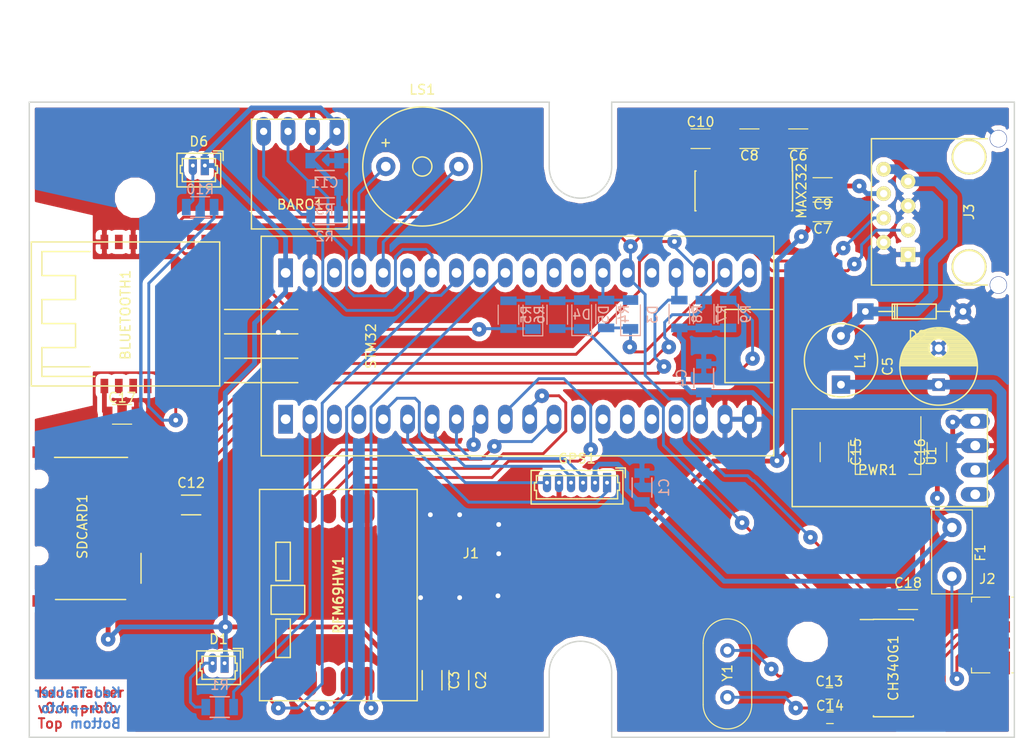
<source format=kicad_pcb>
(kicad_pcb (version 4) (host pcbnew 4.0.6+dfsg1-1)
  (title_block (title "Ked Tracker") (date 2017-11-12) (rev 0.4-proto) (comment 1 "Open Glider Network Tracker"))
  (layers (0 F.Cu signal) (31 B.Cu signal) (34 B.Paste user) (35 F.Paste user) (36 B.SilkS user) (37 F.SilkS user) (38 B.Mask user) (39 F.Mask user) (44 Edge.Cuts user))
  (net 0 "")
  (net 1 3.3V)
  (net 2 5V)
  (net 3 "Net-(D1-Pad2)")
  (net 4 /GPS_ENABLE)
  (net 5 /GPS_PPS)
  (net 6 /GPS_TXD)
  (net 7 /GPS_RXD)
  (net 8 Earth)
  (net 9 /SPI_SELECT)
  (net 10 /SPI_CLOCK)
  (net 11 /SPI_MISO)
  (net 12 /SPI_MOSI)
  (net 13 /CHIP_RESET)
  (net 14 /INT_REQ)
  (net 15 /AUX_STATUS)
  (net 16 +12V)
  (net 17 /ANT)
  (net 18 /LED)
  (net 19 /CON1_RXD)
  (net 20 "Net-(C6-Pad1)")
  (net 21 "Net-(C6-Pad2)")
  (net 22 "Net-(C8-Pad1)")
  (net 23 "Net-(C8-Pad2)")
  (net 24 "Net-(C9-Pad2)")
  (net 25 "Net-(C10-Pad2)")
  (net 26 /BARO_SCL)
  (net 27 /BARO_SDA)
  (net 28 /SUP_CLEAN)
  (net 29 /SD_MOSI)
  (net 30 /SD_MISO)
  (net 31 /SD_SCK)
  (net 32 /SD_CS)
  (net 33 /CON1_TXD)
  (net 34 /Console/BT_STATUS)
  (net 35 "Net-(D6-Pad2)")
  (net 36 /BUZ_IN)
  (net 37 /BUZ_OUT)
  (net 38 /Console/USB_D+)
  (net 39 /Console/USB_D-)
  (net 40 /Console/BT_TX)
  (net 41 /Console/USB_XI)
  (net 42 /Console/USB_XO)
  (net 43 /Console/MAX232_TX)
  (net 44 /Console/USB_5V)
  (net 45 /Console/RS232_RX)
  (net 46 /Console/RS232_TX)
  (net 47 /Console/USB_TX)
  (module "OGN Tracker:STM32DEVBOARD_HandSoldering" (layer F.Cu) (at 149.53 75.4 90)
    (fp_text reference STM32 (at 0 -13.97 90) (layer F.SilkS))
    (fp_text value STM32DEVBOARD)
    (pad 1 thru_hole rect (at -7.62 -22.86 90) (size 3 1.524) (drill 1.016) (layers *.Cu *.Mask))
    (pad 2 thru_hole oval (at -7.62 -20.32 90) (size 3 1.524) (drill 1.016) (layers *.Cu *.Mask) (net 18 /LED))
    (pad 3 thru_hole oval (at -7.62 -17.78 90) (size 3 1.524) (drill 1.016) (layers *.Cu *.Mask))
    (pad 4 thru_hole oval (at -7.62 -15.24 90) (size 3 1.524) (drill 1.016) (layers *.Cu *.Mask))
    (pad 5 thru_hole oval (at -7.62 -12.7 90) (size 3 1.524) (drill 1.016) (layers *.Cu *.Mask) (net 4 /GPS_ENABLE))
    (pad 6 thru_hole oval (at -7.62 -10.16 90) (size 3 1.524) (drill 1.016) (layers *.Cu *.Mask) (net 5 /GPS_PPS))
    (pad 7 thru_hole oval (at -7.62 -7.62 90) (size 3 1.524) (drill 1.016) (layers *.Cu *.Mask) (net 6 /GPS_TXD))
    (pad 8 thru_hole oval (at -7.62 -5.08 90) (size 3 1.524) (drill 1.016) (layers *.Cu *.Mask) (net 7 /GPS_RXD))
    (pad 9 thru_hole oval (at -7.62 -2.54 90) (size 3 1.524) (drill 1.016) (layers *.Cu *.Mask) (net 9 /SPI_SELECT))
    (pad 10 thru_hole oval (at -7.62 0 90) (size 3 1.524) (drill 1.016) (layers *.Cu *.Mask) (net 10 /SPI_CLOCK))
    (pad 11 thru_hole oval (at -7.62 2.54 90) (size 3 1.524) (drill 1.016) (layers *.Cu *.Mask) (net 11 /SPI_MISO))
    (pad 12 thru_hole oval (at -7.62 5.08 90) (size 3 1.524) (drill 1.016) (layers *.Cu *.Mask) (net 12 /SPI_MOSI))
    (pad 13 thru_hole oval (at -7.62 7.62 90) (size 3 1.524) (drill 1.016) (layers *.Cu *.Mask))
    (pad 14 thru_hole oval (at -7.62 10.16 90) (size 3 1.524) (drill 1.016) (layers *.Cu *.Mask))
    (pad 15 thru_hole oval (at -7.62 12.7 90) (size 3 1.524) (drill 1.016) (layers *.Cu *.Mask))
    (pad 16 thru_hole oval (at -7.62 15.24 90) (size 3 1.524) (drill 1.016) (layers *.Cu *.Mask))
    (pad 17 thru_hole oval (at -7.62 17.78 90) (size 3 1.524) (drill 1.016) (layers *.Cu *.Mask))
    (pad 18 thru_hole oval (at -7.62 20.32 90) (size 3 1.524) (drill 1.016) (layers *.Cu *.Mask) (net 1 3.3V))
    (pad 19 thru_hole oval (at -7.62 22.86 90) (size 3 1.524) (drill 1.016) (layers *.Cu *.Mask) (net 8 Earth))
    (pad 19 thru_hole oval (at -7.62 25.4 90) (size 3 1.524) (drill 1.016) (layers *.Cu *.Mask) (net 8 Earth))
    (pad 18 thru_hole rect (at 7.62 -22.86 90) (size 3 1.524) (drill 1.016) (layers *.Cu *.Mask) (net 1 3.3V))
    (pad 19 thru_hole oval (at 7.62 -20.32 90) (size 3 1.524) (drill 1.016) (layers *.Cu *.Mask) (net 8 Earth))
    (pad 23 thru_hole oval (at 7.62 -17.78 90) (size 3 1.524) (drill 1.016) (layers *.Cu *.Mask))
    (pad 24 thru_hole oval (at 7.62 -15.24 90) (size 3 1.524) (drill 1.016) (layers *.Cu *.Mask) (net 36 /BUZ_IN))
    (pad 25 thru_hole oval (at 7.62 -12.7 90) (size 3 1.524) (drill 1.016) (layers *.Cu *.Mask) (net 37 /BUZ_OUT))
    (pad 26 thru_hole oval (at 7.62 -10.16 90) (size 3 1.524) (drill 1.016) (layers *.Cu *.Mask) (net 27 /BARO_SDA))
    (pad 27 thru_hole oval (at 7.62 -7.62 90) (size 3 1.524) (drill 1.016) (layers *.Cu *.Mask) (net 26 /BARO_SCL))
    (pad 28 thru_hole oval (at 7.62 -5.08 90) (size 3 1.524) (drill 1.016) (layers *.Cu *.Mask) (net 13 /CHIP_RESET))
    (pad 29 thru_hole oval (at 7.62 -2.54 90) (size 3 1.524) (drill 1.016) (layers *.Cu *.Mask) (net 14 /INT_REQ))
    (pad 30 thru_hole oval (at 7.62 0 90) (size 3 1.524) (drill 1.016) (layers *.Cu *.Mask) (net 15 /AUX_STATUS))
    (pad 31 thru_hole oval (at 7.62 2.54 90) (size 3 1.524) (drill 1.016) (layers *.Cu *.Mask))
    (pad 32 thru_hole oval (at 7.62 5.08 90) (size 3 1.524) (drill 1.016) (layers *.Cu *.Mask))
    (pad 33 thru_hole oval (at 7.62 7.62 90) (size 3 1.524) (drill 1.016) (layers *.Cu *.Mask))
    (pad 34 thru_hole oval (at 7.62 10.16 90) (size 3 1.524) (drill 1.016) (layers *.Cu *.Mask) (net 19 /CON1_RXD))
    (pad 35 thru_hole oval (at 7.62 12.7 90) (size 3 1.524) (drill 1.016) (layers *.Cu *.Mask) (net 33 /CON1_TXD))
    (pad 36 thru_hole oval (at 7.62 15.24 90) (size 3 1.524) (drill 1.016) (layers *.Cu *.Mask))
    (pad 37 thru_hole oval (at 7.62 17.78 90) (size 3 1.524) (drill 1.016) (layers *.Cu *.Mask) (net 29 /SD_MOSI))
    (pad 38 thru_hole oval (at 7.62 20.32 90) (size 3 1.524) (drill 1.016) (layers *.Cu *.Mask) (net 30 /SD_MISO))
    (pad 39 thru_hole oval (at 7.62 22.86 90) (size 3 1.524) (drill 1.016) (layers *.Cu *.Mask) (net 31 /SD_SCK))
    (pad 40 thru_hole oval (at 7.62 25.4 90) (size 3 1.524) (drill 1.016) (layers *.Cu *.Mask) (net 32 /SD_CS))
  )
  (module Mounting_Holes:MountingHole_3.2mm_M3 (layer F.Cu) (at 181 106.2)
    (fp_text reference REF** hide)
    (fp_text value MountingHole_3.2mm_M3 hide)
    (pad 1 np_thru_hole circle (at 0 0) (size 3.2 3.2) (drill 3.2) (layers *.Cu *.Mask))
  )
  (module Capacitors_ThroughHole:C_Radial_D8_L13_P3.8 (layer F.Cu) (at 194.62 79.42 90)
    (fp_text reference C5 (at 1.9 -5.3 90) (layer F.SilkS))
    (fp_text value 330uF)
    (pad 1 thru_hole rect (at 0 0 90) (size 1.3 1.3) (drill 0.8) (layers *.Cu *.Mask) (net 28 /SUP_CLEAN))
    (pad 2 thru_hole circle (at 3.8 0 90) (size 1.3 1.3) (drill 0.8) (layers *.Cu *.Mask) (net 8 Earth))
  )
  (module Diodes_ThroughHole:Diode_DO-35_SOD27_Horizontal_RM10 (layer F.Cu) (at 186.99948 71.80254)
    (fp_text reference D2 (at 5.43052 2.53746) (layer F.SilkS))
    (fp_text value 1N4001)
    (pad 2 thru_hole circle (at 10.16052 -0.00254 180) (size 1.69926 1.69926) (drill 0.70104) (layers *.Cu *.Mask) (net 8 Earth))
    (pad 1 thru_hole rect (at 0.00052 -0.00254 180) (size 1.69926 1.69926) (drill 0.70104) (layers *.Cu *.Mask) (net 16 +12V))
  )
  (module "OGN Tracker:IPEX" (layer F.Cu) (at 144.45 96.99 180)
    (fp_text reference J1 (at -1.5 0 180) (layer F.SilkS))
    (fp_text value ANT)
    (pad 1 smd rect (at 1.5 0 180) (size 2 1) (drill (offset 0.5 0)) (layers F.Cu F.Paste F.Mask) (net 17 /ANT))
    (pad 2 smd rect (at 0 -1.5 180) (size 3 1) (drill (offset -0.4 0)) (layers F.Cu F.Paste F.Mask) (net 8 Earth))
    (pad 2 smd rect (at 0 1.5 180) (size 3 1) (drill (offset -0.4 0)) (layers F.Cu F.Paste F.Mask) (net 8 Earth))
  )
  (module Inductors:INDUCTOR_V (layer F.Cu) (at 184.46 76.88 90)
    (fp_text reference L1 (at 0 1.99898 90) (layer F.SilkS))
    (fp_text value 1uH)
    (pad 1 thru_hole rect (at -2.54 0 90) (size 1.905 1.905) (drill 0.8128) (layers *.Cu *.Mask) (net 28 /SUP_CLEAN))
    (pad 2 thru_hole circle (at 2.54 0 90) (size 1.905 1.905) (drill 0.8128) (layers *.Cu *.Mask) (net 16 +12V))
  )
  (module "OGN Tracker:RJ45_SOCKET_SHLD" (layer F.Cu) (at 197.79 61.43 90)
    (fp_text reference J3 (at 0 0 90) (layer F.SilkS))
    (fp_text value IGC)
    (pad HOLE thru_hole circle (at 5.715 0 90) (size 3.64998 3.64998) (drill 3.2512) (layers *.Cu *.Mask F.SilkS))
    (pad HOLE thru_hole circle (at -5.715 0 90) (size 3.64998 3.64998) (drill 3.2512) (layers *.Cu *.Mask F.SilkS))
    (pad 1 thru_hole rect (at -4.445 -6.35 90) (size 1.524 1.524) (drill 0.762) (layers *.Cu *.Mask F.SilkS) (net 8 Earth))
    (pad 2 thru_hole circle (at -3.175 -8.89 90) (size 1.524 1.524) (drill 0.762) (layers *.Cu *.Mask F.SilkS) (net 8 Earth))
    (pad 3 thru_hole circle (at -1.905 -6.35 90) (size 1.524 1.524) (drill 0.762) (layers *.Cu *.Mask F.SilkS) (net 45 /Console/RS232_RX))
    (pad 4 thru_hole circle (at -0.635 -8.89 90) (size 1.524 1.524) (drill 0.762) (layers *.Cu *.Mask F.SilkS) (net 46 /Console/RS232_TX))
    (pad 5 thru_hole circle (at 0.635 -6.35 90) (size 1.524 1.524) (drill 0.762) (layers *.Cu *.Mask F.SilkS) (net 8 Earth))
    (pad 6 thru_hole circle (at 1.905 -8.89 90) (size 1.524 1.524) (drill 0.762) (layers *.Cu *.Mask F.SilkS) (net 1 3.3V))
    (pad 7 thru_hole circle (at 3.175 -6.35 90) (size 1.524 1.524) (drill 0.762) (layers *.Cu *.Mask F.SilkS) (net 16 +12V))
    (pad 8 thru_hole circle (at 4.445 -8.89 90) (size 1.524 1.524) (drill 0.762) (layers *.Cu *.Mask F.SilkS) (net 16 +12V))
    (pad 9 thru_hole circle (at -7.62 3.048 90) (size 1.8 1.8) (drill 1.7) (layers *.Cu *.Mask) (net 8 Earth))
    (pad 9 thru_hole circle (at 7.62 3.048 90) (size 1.8 1.8) (drill 1.7) (layers *.Cu *.Mask) (net 8 Earth))
  )
  (module Capacitors_SMD:C_1206 (layer B.Cu) (at 163.754 90.132 90)
    (fp_text reference C1 (at 0 2.3 90) (layer B.SilkS) (effects (justify mirror)))
    (fp_text value 100nF)
    (pad 1 smd rect (at -1.5 0 90) (size 1 1.6) (layers B.Cu B.Paste B.Mask) (net 2 5V))
    (pad 2 smd rect (at 1.5 0 90) (size 1 1.6) (layers B.Cu B.Paste B.Mask) (net 8 Earth))
  )
  (module Capacitors_SMD:C_1206 (layer F.Cu) (at 144.704 110.198 270)
    (fp_text reference C2 (at 0 -2.3 270) (layer F.SilkS))
    (fp_text value 1uF)
    (pad 1 smd rect (at -1.5 0 270) (size 1 1.6) (layers F.Cu F.Paste F.Mask) (net 1 3.3V))
    (pad 2 smd rect (at 1.5 0 270) (size 1 1.6) (layers F.Cu F.Paste F.Mask) (net 8 Earth))
  )
  (module Capacitors_SMD:C_1206 (layer F.Cu) (at 141.91 110.198 270)
    (fp_text reference C3 (at 0 -2.3 270) (layer F.SilkS))
    (fp_text value 100nF)
    (pad 1 smd rect (at -1.5 0 270) (size 1 1.6) (layers F.Cu F.Paste F.Mask) (net 1 3.3V))
    (pad 2 smd rect (at 1.5 0 270) (size 1 1.6) (layers F.Cu F.Paste F.Mask) (net 8 Earth))
  )
  (module Capacitors_SMD:C_1206 (layer B.Cu) (at 170.18 78.74 270)
    (fp_text reference C4 (at 0 2.3 270) (layer B.SilkS) (effects (justify mirror)))
    (fp_text value 1uF)
    (pad 1 smd rect (at -1.5 0 270) (size 1 1.6) (layers B.Cu B.Paste B.Mask) (net 8 Earth))
    (pad 2 smd rect (at 1.5 0 270) (size 1 1.6) (layers B.Cu B.Paste B.Mask) (net 1 3.3V))
  )
  (module Capacitors_SMD:C_1206 (layer B.Cu) (at 130.734 56.096)
    (fp_text reference C11 (at 0 2.3) (layer B.SilkS) (effects (justify mirror)))
    (fp_text value 100nF)
    (pad 1 smd rect (at -1.5 0) (size 1 1.6) (layers B.Cu B.Paste B.Mask) (net 1 3.3V))
    (pad 2 smd rect (at 1.5 0) (size 1 1.6) (layers B.Cu B.Paste B.Mask) (net 8 Earth))
  )
  (module Resistors_SMD:R_1206 (layer B.Cu) (at 119.812 112.992 180)
    (fp_text reference R1 (at 0 2.3 180) (layer B.SilkS) (effects (justify mirror)))
    (fp_text value 82)
    (pad 1 smd rect (at -1.45 0 180) (size 0.9 1.7) (layers B.Cu B.Paste B.Mask) (net 18 /LED))
    (pad 2 smd rect (at 1.45 0 180) (size 0.9 1.7) (layers B.Cu B.Paste B.Mask) (net 3 "Net-(D1-Pad2)"))
  )
  (module Resistors_SMD:R_1206 (layer B.Cu) (at 130.734 61.684)
    (fp_text reference R2 (at 0 2.3) (layer B.SilkS) (effects (justify mirror)))
    (fp_text value 10K)
    (pad 1 smd rect (at -1.45 0) (size 0.9 1.7) (layers B.Cu B.Paste B.Mask) (net 27 /BARO_SDA))
    (pad 2 smd rect (at 1.45 0) (size 0.9 1.7) (layers B.Cu B.Paste B.Mask) (net 1 3.3V))
  )
  (module Resistors_SMD:R_1206 (layer B.Cu) (at 130.734 58.89)
    (fp_text reference R3 (at 0 2.3) (layer B.SilkS) (effects (justify mirror)))
    (fp_text value 10K)
    (pad 1 smd rect (at -1.45 0) (size 0.9 1.7) (layers B.Cu B.Paste B.Mask) (net 26 /BARO_SCL))
    (pad 2 smd rect (at 1.45 0) (size 0.9 1.7) (layers B.Cu B.Paste B.Mask) (net 1 3.3V))
  )
  (module Capacitors_SMD:C_1206 (layer F.Cu) (at 116.84 91.948)
    (fp_text reference C12 (at 0 -2.3) (layer F.SilkS))
    (fp_text value 100nF)
    (pad 1 smd rect (at -1.5 0) (size 1 1.6) (layers F.Cu F.Paste F.Mask) (net 1 3.3V))
    (pad 2 smd rect (at 1.5 0) (size 1 1.6) (layers F.Cu F.Paste F.Mask) (net 8 Earth))
  )
  (module Capacitors_SMD:C_1206 (layer F.Cu) (at 180.01 53.81 180)
    (fp_text reference C6 (at 0 -1.75 180) (layer F.SilkS))
    (fp_text value 100nF)
    (pad 1 smd rect (at -1.5 0 180) (size 1 1.6) (layers F.Cu F.Paste F.Mask) (net 20 "Net-(C6-Pad1)"))
    (pad 2 smd rect (at 1.5 0 180) (size 1 1.6) (layers F.Cu F.Paste F.Mask) (net 21 "Net-(C6-Pad2)"))
  )
  (module Capacitors_SMD:C_1206 (layer F.Cu) (at 182.55 61.43 180)
    (fp_text reference C7 (at 0 -1.75 180) (layer F.SilkS))
    (fp_text value 100nF)
    (pad 1 smd rect (at -1.5 0 180) (size 1 1.6) (layers F.Cu F.Paste F.Mask) (net 8 Earth))
    (pad 2 smd rect (at 1.5 0 180) (size 1 1.6) (layers F.Cu F.Paste F.Mask) (net 1 3.3V))
  )
  (module Capacitors_SMD:C_1206 (layer F.Cu) (at 174.93 53.81 180)
    (fp_text reference C8 (at 0 -1.75 180) (layer F.SilkS))
    (fp_text value 100nF)
    (pad 1 smd rect (at -1.5 0 180) (size 1 1.6) (layers F.Cu F.Paste F.Mask) (net 22 "Net-(C8-Pad1)"))
    (pad 2 smd rect (at 1.5 0 180) (size 1 1.6) (layers F.Cu F.Paste F.Mask) (net 23 "Net-(C8-Pad2)"))
  )
  (module Capacitors_SMD:C_1206 (layer F.Cu) (at 182.55 58.89 180)
    (fp_text reference C9 (at 0 -1.75 180) (layer F.SilkS))
    (fp_text value 100nF)
    (pad 1 smd rect (at -1.5 0 180) (size 1 1.6) (layers F.Cu F.Paste F.Mask) (net 1 3.3V))
    (pad 2 smd rect (at 1.5 0 180) (size 1 1.6) (layers F.Cu F.Paste F.Mask) (net 24 "Net-(C9-Pad2)"))
  )
  (module Capacitors_SMD:C_1206 (layer F.Cu) (at 169.85 53.81)
    (fp_text reference C10 (at 0 -1.75) (layer F.SilkS))
    (fp_text value 100nF)
    (pad 1 smd rect (at -1.5 0) (size 1 1.6) (layers F.Cu F.Paste F.Mask) (net 8 Earth))
    (pad 2 smd rect (at 1.5 0) (size 1 1.6) (layers F.Cu F.Paste F.Mask) (net 25 "Net-(C10-Pad2)"))
  )
  (module Diodes_SMD:D_1206 (layer B.Cu) (at 162.56 72.112 90)
    (fp_text reference D3 (at 0 2.3 90) (layer B.SilkS) (effects (justify mirror)))
    (fp_text value 1N4148)
    (pad 1 smd rect (at -1.5 0 90) (size 1 1.6) (layers B.Cu B.Paste B.Mask) (net 43 /Console/MAX232_TX))
    (pad 2 smd rect (at 1.5 0 90) (size 1 1.6) (layers B.Cu B.Paste B.Mask) (net 19 /CON1_RXD))
  )
  (module Diodes_SMD:D_1206 (layer B.Cu) (at 152.4 72.136 90)
    (fp_text reference D4 (at 0 5.08 180) (layer B.SilkS) (effects (justify mirror)))
    (fp_text value 1N4148)
    (pad 1 smd rect (at -1.5 0 90) (size 1 1.6) (layers B.Cu B.Paste B.Mask) (net 40 /Console/BT_TX))
    (pad 2 smd rect (at 1.5 0 90) (size 1 1.6) (layers B.Cu B.Paste B.Mask) (net 19 /CON1_RXD))
  )
  (module Diodes_SMD:D_1206 (layer B.Cu) (at 157.48 72.112 90)
    (fp_text reference D5 (at 0 2.3 90) (layer B.SilkS) (effects (justify mirror)))
    (fp_text value 1N4148)
    (pad 1 smd rect (at -1.5 0 90) (size 1 1.6) (layers B.Cu B.Paste B.Mask) (net 47 /Console/USB_TX))
    (pad 2 smd rect (at 1.5 0 90) (size 1 1.6) (layers B.Cu B.Paste B.Mask) (net 19 /CON1_RXD))
  )
  (module Connectors_Molex:USB_Micro-B_Molex_47346-0001 (layer F.Cu) (at 199.762 105.488 180)
    (fp_text reference J2 (at 0.07 5.84 360) (layer F.SilkS))
    (fp_text value "Micro USB")
    (pad 1 smd rect (at 1.33 -1.3 180) (size 1.38 0.45) (layers F.Cu F.Paste F.Mask) (net 44 /Console/USB_5V))
    (pad 2 smd rect (at 1.33 -0.65 180) (size 1.38 0.45) (layers F.Cu F.Paste F.Mask) (net 39 /Console/USB_D-))
    (pad 3 smd rect (at 1.33 0 180) (size 1.38 0.45) (layers F.Cu F.Paste F.Mask) (net 38 /Console/USB_D+))
    (pad 4 smd rect (at 1.33 0.65 180) (size 1.38 0.45) (layers F.Cu F.Paste F.Mask))
    (pad 5 smd rect (at 1.33 1.3 180) (size 1.38 0.45) (layers F.Cu F.Paste F.Mask) (net 8 Earth))
    (pad 6 smd rect (at 0.97 -2.4625 180) (size 2.1 1.475) (layers F.Cu F.Paste F.Mask) (net 8 Earth))
    (pad 6 smd rect (at 0.97 2.4625 180) (size 2.1 1.475) (layers F.Cu F.Paste F.Mask) (net 8 Earth))
    (pad 6 smd rect (at -1.33 -2.91 180) (size 1.9 2.375) (layers F.Cu F.Paste F.Mask) (net 8 Earth))
    (pad 6 smd rect (at -1.33 2.91 180) (size 1.9 2.375) (layers F.Cu F.Paste F.Mask) (net 8 Earth))
    (pad 6 smd rect (at -1.33 -0.84 180) (size 1.9 1.175) (layers F.Cu F.Paste F.Mask) (net 8 Earth))
    (pad 6 smd rect (at -1.33 0.84 180) (size 1.9 1.175) (layers F.Cu F.Paste F.Mask) (net 8 Earth))
  )
  (module Resistors_SMD:R_1206 (layer B.Cu) (at 160.02 72.062 90)
    (fp_text reference R4 (at 0 1.85 90) (layer B.SilkS) (effects (justify mirror)))
    (fp_text value 10K)
    (pad 1 smd rect (at -1.45 0 90) (size 0.9 1.7) (layers B.Cu B.Paste B.Mask) (net 43 /Console/MAX232_TX))
    (pad 2 smd rect (at 1.45 0 90) (size 0.9 1.7) (layers B.Cu B.Paste B.Mask) (net 19 /CON1_RXD))
  )
  (module Resistors_SMD:R_1206 (layer B.Cu) (at 149.86 72.136 90)
    (fp_text reference R5 (at 0 1.85 90) (layer B.SilkS) (effects (justify mirror)))
    (fp_text value 10K)
    (pad 1 smd rect (at -1.45 0 90) (size 0.9 1.7) (layers B.Cu B.Paste B.Mask) (net 40 /Console/BT_TX))
    (pad 2 smd rect (at 1.45 0 90) (size 0.9 1.7) (layers B.Cu B.Paste B.Mask) (net 19 /CON1_RXD))
  )
  (module Resistors_SMD:R_1206 (layer B.Cu) (at 154.94 72.136 270)
    (fp_text reference R6 (at 0 1.85 270) (layer B.SilkS) (effects (justify mirror)))
    (fp_text value 10K)
    (pad 1 smd rect (at -1.45 0 270) (size 0.9 1.7) (layers B.Cu B.Paste B.Mask) (net 19 /CON1_RXD))
    (pad 2 smd rect (at 1.45 0 270) (size 0.9 1.7) (layers B.Cu B.Paste B.Mask) (net 47 /Console/USB_TX))
  )
  (module "OGN Tracker:SDCARD_BOMB" (layer F.Cu) (at 101.026 94.194 270)
    (fp_text reference SDCARD1 (at 0 -4.5 270) (layer F.SilkS))
    (fp_text value "Micro SD Reader")
    (pad "" np_thru_hole circle (at -4.93 0 270) (size 1 1) (drill 1) (layers *.Cu *.Mask))
    (pad "" np_thru_hole circle (at 3.05 0.01 270) (size 1 1) (drill 1) (layers *.Cu *.Mask))
    (pad 10 smd rect (at 7.75 -0.4 270) (size 1.2 2.2) (layers F.Cu F.Paste F.Mask) (net 8 Earth))
    (pad 10 smd rect (at -7.75 -0.4 270) (size 1.2 2.2) (layers F.Cu F.Paste F.Mask) (net 8 Earth))
    (pad 10 smd rect (at 6.85 -10 270) (size 1.6 1.4) (layers F.Cu F.Paste F.Mask) (net 8 Earth))
    (pad 10 smd rect (at -7.75 -10 270) (size 1.2 1.4) (layers F.Cu F.Paste F.Mask) (net 8 Earth))
    (pad 1 smd rect (at 2.25 -10.5 270) (size 0.7 1.6) (layers F.Cu F.Paste F.Mask))
    (pad 2 smd rect (at 1.15 -10.5 270) (size 0.7 1.6) (layers F.Cu F.Paste F.Mask) (net 32 /SD_CS))
    (pad 3 smd rect (at 0.05 -10.5 270) (size 0.7 1.6) (layers F.Cu F.Paste F.Mask) (net 29 /SD_MOSI))
    (pad 4 smd rect (at -1.05 -10.5 270) (size 0.7 1.6) (layers F.Cu F.Paste F.Mask) (net 1 3.3V))
    (pad 5 smd rect (at -2.15 -10.5 270) (size 0.7 1.6) (layers F.Cu F.Paste F.Mask) (net 31 /SD_SCK))
    (pad 6 smd rect (at -3.25 -10.5 270) (size 0.7 1.6) (layers F.Cu F.Paste F.Mask) (net 8 Earth))
    (pad 7 smd rect (at -4.35 -10.5 270) (size 0.7 1.6) (layers F.Cu F.Paste F.Mask) (net 30 /SD_MISO))
    (pad 8 smd rect (at -5.45 -10.5 270) (size 0.7 1.6) (layers F.Cu F.Paste F.Mask))
    (pad 9 smd rect (at -6.55 -10.5 270) (size 0.7 1.6) (layers F.Cu F.Paste F.Mask))
  )
  (module Resistors_SMD:R_1206 (layer B.Cu) (at 170.18 72.062 90)
    (fp_text reference R7 (at 0 1.85 90) (layer B.SilkS) (effects (justify mirror)))
    (fp_text value 10K)
    (pad 1 smd rect (at -1.45 0 90) (size 0.9 1.7) (layers B.Cu B.Paste B.Mask) (net 1 3.3V))
    (pad 2 smd rect (at 1.45 0 90) (size 0.9 1.7) (layers B.Cu B.Paste B.Mask) (net 31 /SD_SCK))
  )
  (module Resistors_SMD:R_1206 (layer B.Cu) (at 167.64 72.062 90)
    (fp_text reference R8 (at 0 1.85 90) (layer B.SilkS) (effects (justify mirror)))
    (fp_text value 10K)
    (pad 1 smd rect (at -1.45 0 90) (size 0.9 1.7) (layers B.Cu B.Paste B.Mask) (net 1 3.3V))
    (pad 2 smd rect (at 1.45 0 90) (size 0.9 1.7) (layers B.Cu B.Paste B.Mask) (net 29 /SD_MOSI))
  )
  (module Resistors_SMD:R_1206 (layer B.Cu) (at 172.72 72.062 90)
    (fp_text reference R9 (at 0 1.85 90) (layer B.SilkS) (effects (justify mirror)))
    (fp_text value 10K)
    (pad 1 smd rect (at -1.45 0 90) (size 0.9 1.7) (layers B.Cu B.Paste B.Mask) (net 1 3.3V))
    (pad 2 smd rect (at 1.45 0 90) (size 0.9 1.7) (layers B.Cu B.Paste B.Mask) (net 32 /SD_CS))
  )
  (module "OGN Tracker:JDY-08" (layer F.Cu) (at 119.812 79.56 180)
    (fp_text reference BLUETOOTH1 (at 9.8 7.4 270) (layer F.SilkS))
    (fp_text value JDY-08)
    (pad 2 smd rect (at 10.5 0 180) (size 0.8 1.5) (layers F.Cu F.Paste F.Mask))
    (pad 1 smd rect (at 12 0 180) (size 0.8 1.5) (layers F.Cu F.Paste F.Mask) (net 1 3.3V))
    (pad 3 smd rect (at 9 0 180) (size 0.8 1.5) (layers F.Cu F.Paste F.Mask))
    (pad 4 smd rect (at 7.5 0 180) (size 0.8 1.5) (layers F.Cu F.Paste F.Mask))
    (pad 5 smd rect (at 6 0 180) (size 0.8 1.5) (layers F.Cu F.Paste F.Mask))
    (pad 6 smd rect (at 4.5 0 180) (size 0.8 1.5) (layers F.Cu F.Paste F.Mask) (net 34 /Console/BT_STATUS))
    (pad 7 smd rect (at 3 0 180) (size 0.8 1.5) (layers F.Cu F.Paste F.Mask))
    (pad 8 smd rect (at 1.5 0 180) (size 0.8 1.5) (layers F.Cu F.Paste F.Mask))
    (pad 9 smd rect (at 0 2.2 270) (size 0.8 1.5) (layers F.Cu F.Paste F.Mask))
    (pad 10 smd rect (at 0 3.7 270) (size 0.8 1.5) (layers F.Cu F.Paste F.Mask))
    (pad 11 smd rect (at 0 5.2 270) (size 0.8 1.5) (layers F.Cu F.Paste F.Mask))
    (pad 12 smd rect (at 0 6.7 270) (size 0.8 1.5) (layers F.Cu F.Paste F.Mask))
    (pad 13 smd rect (at 0 8.2 270) (size 0.8 1.5) (layers F.Cu F.Paste F.Mask))
    (pad 14 smd rect (at 0 9.7 270) (size 0.8 1.5) (layers F.Cu F.Paste F.Mask))
    (pad 15 smd rect (at 0 11.2 270) (size 0.8 1.5) (layers F.Cu F.Paste F.Mask))
    (pad 16 smd rect (at 0 12.7 270) (size 0.8 1.5) (layers F.Cu F.Paste F.Mask))
    (pad 17 smd rect (at 1.5 15 180) (size 0.8 1.5) (layers F.Cu F.Paste F.Mask))
    (pad 18 smd rect (at 3 15 180) (size 0.8 1.5) (layers F.Cu F.Paste F.Mask))
    (pad 19 smd rect (at 4.5 15 180) (size 0.8 1.5) (layers F.Cu F.Paste F.Mask) (net 40 /Console/BT_TX))
    (pad 20 smd rect (at 6 15 180) (size 0.8 1.5) (layers F.Cu F.Paste F.Mask) (net 33 /CON1_TXD))
    (pad 21 smd rect (at 7.5 15 180) (size 0.8 1.5) (layers F.Cu F.Paste F.Mask))
    (pad 22 smd rect (at 9 15 180) (size 0.8 1.5) (layers F.Cu F.Paste F.Mask) (net 8 Earth))
    (pad 23 smd rect (at 10.5 15 180) (size 0.8 1.5) (layers F.Cu F.Paste F.Mask))
    (pad 24 smd rect (at 12 15 180) (size 0.8 1.5) (layers F.Cu F.Paste F.Mask) (net 8 Earth))
  )
  (module Housings_SOIC:SOIC-16_3.9x9.9mm_Pitch1.27mm (layer F.Cu) (at 189.916 108.928)
    (fp_text reference CH340G1 (at 0 0 90) (layer F.SilkS))
    (fp_text value CH340G)
    (pad 1 smd rect (at -2.7 -4.445) (size 1.5 0.6) (layers F.Cu F.Paste F.Mask) (net 8 Earth))
    (pad 2 smd rect (at -2.7 -3.175) (size 1.5 0.6) (layers F.Cu F.Paste F.Mask) (net 47 /Console/USB_TX))
    (pad 3 smd rect (at -2.7 -1.905) (size 1.5 0.6) (layers F.Cu F.Paste F.Mask) (net 33 /CON1_TXD))
    (pad 4 smd rect (at -2.7 -0.635) (size 1.5 0.6) (layers F.Cu F.Paste F.Mask) (net 1 3.3V))
    (pad 5 smd rect (at -2.7 0.635) (size 1.5 0.6) (layers F.Cu F.Paste F.Mask) (net 38 /Console/USB_D+))
    (pad 6 smd rect (at -2.7 1.905) (size 1.5 0.6) (layers F.Cu F.Paste F.Mask) (net 39 /Console/USB_D-))
    (pad 7 smd rect (at -2.7 3.175) (size 1.5 0.6) (layers F.Cu F.Paste F.Mask) (net 41 /Console/USB_XI))
    (pad 8 smd rect (at -2.7 4.445) (size 1.5 0.6) (layers F.Cu F.Paste F.Mask) (net 42 /Console/USB_XO))
    (pad 9 smd rect (at 2.7 4.445) (size 1.5 0.6) (layers F.Cu F.Paste F.Mask))
    (pad 10 smd rect (at 2.7 3.175) (size 1.5 0.6) (layers F.Cu F.Paste F.Mask))
    (pad 11 smd rect (at 2.7 1.905) (size 1.5 0.6) (layers F.Cu F.Paste F.Mask))
    (pad 12 smd rect (at 2.7 0.635) (size 1.5 0.6) (layers F.Cu F.Paste F.Mask))
    (pad 13 smd rect (at 2.7 -0.635) (size 1.5 0.6) (layers F.Cu F.Paste F.Mask))
    (pad 14 smd rect (at 2.7 -1.905) (size 1.5 0.6) (layers F.Cu F.Paste F.Mask))
    (pad 15 smd rect (at 2.7 -3.175) (size 1.5 0.6) (layers F.Cu F.Paste F.Mask))
    (pad 16 smd rect (at 2.7 -4.445) (size 1.5 0.6) (layers F.Cu F.Paste F.Mask) (net 1 3.3V))
  )
  (module Buzzers_Beepers:Buzzer_12x9.5RM7.6 (layer F.Cu) (at 140.894 56.704)
    (fp_text reference LS1 (at 0 -8.001) (layer F.SilkS))
    (fp_text value Buzzer)
    (fp_text user + (at -3.81 -2.54) (layer F.SilkS))
    (pad 1 thru_hole circle (at -3.79984 0) (size 2 2) (drill 1.00076) (layers *.Cu *.Mask) (net 36 /BUZ_IN))
    (pad 2 thru_hole circle (at 3.79984 0) (size 2 2) (drill 1.00076) (layers *.Cu *.Mask) (net 37 /BUZ_OUT))
  )
  (module Housings_SOIC:SOIC-16_3.9x9.9mm_Pitch1.27mm (layer F.Cu) (at 174.346 59.244 270)
    (fp_text reference MAX232 (at 0 -6 270) (layer F.SilkS))
    (fp_text value MAX3232)
    (pad 1 smd rect (at -2.7 -4.445 270) (size 1.5 0.6) (layers F.Cu F.Paste F.Mask) (net 20 "Net-(C6-Pad1)"))
    (pad 2 smd rect (at -2.7 -3.175 270) (size 1.5 0.6) (layers F.Cu F.Paste F.Mask) (net 24 "Net-(C9-Pad2)"))
    (pad 3 smd rect (at -2.7 -1.905 270) (size 1.5 0.6) (layers F.Cu F.Paste F.Mask) (net 21 "Net-(C6-Pad2)"))
    (pad 4 smd rect (at -2.7 -0.635 270) (size 1.5 0.6) (layers F.Cu F.Paste F.Mask) (net 22 "Net-(C8-Pad1)"))
    (pad 5 smd rect (at -2.7 0.635 270) (size 1.5 0.6) (layers F.Cu F.Paste F.Mask) (net 23 "Net-(C8-Pad2)"))
    (pad 6 smd rect (at -2.7 1.905 270) (size 1.5 0.6) (layers F.Cu F.Paste F.Mask) (net 25 "Net-(C10-Pad2)"))
    (pad 7 smd rect (at -2.7 3.175 270) (size 1.5 0.6) (layers F.Cu F.Paste F.Mask))
    (pad 8 smd rect (at -2.7 4.445 270) (size 1.5 0.6) (layers F.Cu F.Paste F.Mask))
    (pad 9 smd rect (at 2.7 4.445 270) (size 1.5 0.6) (layers F.Cu F.Paste F.Mask))
    (pad 10 smd rect (at 2.7 3.175 270) (size 1.5 0.6) (layers F.Cu F.Paste F.Mask))
    (pad 11 smd rect (at 2.7 1.905 270) (size 1.5 0.6) (layers F.Cu F.Paste F.Mask) (net 33 /CON1_TXD))
    (pad 12 smd rect (at 2.7 0.635 270) (size 1.5 0.6) (layers F.Cu F.Paste F.Mask) (net 43 /Console/MAX232_TX))
    (pad 13 smd rect (at 2.7 -0.635 270) (size 1.5 0.6) (layers F.Cu F.Paste F.Mask) (net 45 /Console/RS232_RX))
    (pad 14 smd rect (at 2.7 -1.905 270) (size 1.5 0.6) (layers F.Cu F.Paste F.Mask) (net 46 /Console/RS232_TX))
    (pad 15 smd rect (at 2.7 -3.175 270) (size 1.5 0.6) (layers F.Cu F.Paste F.Mask) (net 8 Earth))
    (pad 16 smd rect (at 2.7 -4.445 270) (size 1.5 0.6) (layers F.Cu F.Paste F.Mask) (net 1 3.3V))
  )
  (module Resistors_SMD:R_1206 (layer B.Cu) (at 117.78 60.922 180)
    (fp_text reference R10 (at 0 1.85 180) (layer B.SilkS) (effects (justify mirror)))
    (fp_text value 82)
    (pad 1 smd rect (at -1.45 0 180) (size 0.9 1.7) (layers B.Cu B.Paste B.Mask) (net 34 /Console/BT_STATUS))
    (pad 2 smd rect (at 1.45 0 180) (size 0.9 1.7) (layers B.Cu B.Paste B.Mask) (net 35 "Net-(D6-Pad2)"))
  )
  (module "OGN Tracker:RFM69HW" (layer F.Cu) (at 132.16 101.33 90)
    (fp_text reference RFM69HW1 (at 0 0 90) (layer F.SilkS) (effects (font (thickness 0.2))))
    (fp_text value RFM69HW)
    (pad 1 smd oval (at -9 7 270) (size 3.048 1.524) (layers F.Cu F.Paste F.Mask) (net 1 3.3V))
    (pad 2 smd oval (at -9 5 270) (size 3.048 1.524) (layers F.Cu F.Paste F.Mask))
    (pad 3 smd oval (at -9 3 270) (size 3.048 1.524) (layers F.Cu F.Paste F.Mask) (net 15 /AUX_STATUS))
    (pad 4 smd oval (at -9 1 270) (size 3.048 1.524) (layers F.Cu F.Paste F.Mask))
    (pad 5 smd oval (at -9 -1 270) (size 3.048 1.524) (layers F.Cu F.Paste F.Mask))
    (pad 6 smd oval (at -9 -3 270) (size 3.048 1.524) (layers F.Cu F.Paste F.Mask))
    (pad 7 smd oval (at -9 -5 270) (size 3.048 1.524) (layers F.Cu F.Paste F.Mask) (net 14 /INT_REQ))
    (pad 8 smd oval (at -9 -7 270) (size 3.048 1.524) (layers F.Cu F.Paste F.Mask) (net 13 /CHIP_RESET))
    (pad 9 smd oval (at 9 7 90) (size 3.048 1.524) (layers F.Cu F.Paste F.Mask) (net 8 Earth))
    (pad 10 smd oval (at 9 5 90) (size 3.048 1.524) (layers F.Cu F.Paste F.Mask) (net 17 /ANT))
    (pad 11 smd oval (at 9 3 90) (size 3.048 1.524) (layers F.Cu F.Paste F.Mask) (net 8 Earth))
    (pad 12 smd oval (at 9 1 90) (size 3.048 1.524) (layers F.Cu F.Paste F.Mask) (net 10 /SPI_CLOCK))
    (pad 13 smd oval (at 9 -1 90) (size 3.048 1.524) (layers F.Cu F.Paste F.Mask) (net 11 /SPI_MISO))
    (pad 14 smd oval (at 9 -3 90) (size 3.048 1.524) (layers F.Cu F.Paste F.Mask) (net 12 /SPI_MOSI))
    (pad 15 smd oval (at 9 -5 90) (size 3.048 1.524) (layers F.Cu F.Paste F.Mask) (net 9 /SPI_SELECT))
    (pad 16 smd oval (at 9 -7 90) (size 3.048 1.524) (layers F.Cu F.Paste F.Mask))
  )
  (module Crystals:Crystal_HC49-4H_Vertical (layer F.Cu) (at 172.644 111.976 90)
    (fp_text reference Y1 (at 2.54 0 90) (layer F.SilkS))
    (fp_text value 12M)
    (pad 1 thru_hole circle (at 0 0 90) (size 1.5 1.5) (drill 0.8) (layers *.Cu *.Mask) (net 42 /Console/USB_XO))
    (pad 2 thru_hole circle (at 4.88 0 90) (size 1.5 1.5) (drill 0.8) (layers *.Cu *.Mask) (net 41 /Console/USB_XI))
  )
  (module Capacitors_SMD:C_1210 (layer F.Cu) (at 183.776 86.444 270)
    (fp_text reference C15 (at 0 -2.25 270) (layer F.SilkS))
    (fp_text value 47uF)
    (pad 1 smd rect (at -1.5 0 270) (size 1 2.5) (layers F.Cu F.Paste F.Mask) (net 1 3.3V))
    (pad 2 smd rect (at 1.5 0 270) (size 1 2.5) (layers F.Cu F.Paste F.Mask) (net 8 Earth))
  )
  (module Capacitors_SMD:C_1206 (layer F.Cu) (at 194.444 86.444 90)
    (fp_text reference C16 (at 0 -1.75 90) (layer F.SilkS))
    (fp_text value 1uF)
    (pad 1 smd rect (at -1.5 0 90) (size 1 1.6) (layers F.Cu F.Paste F.Mask) (net 2 5V))
    (pad 2 smd rect (at 1.5 0 90) (size 1 1.6) (layers F.Cu F.Paste F.Mask) (net 8 Earth))
  )
  (module TO_SOT_Packages_SMD:SOT-223-3Lead_TabPin2 (layer F.Cu) (at 189.364 86.85 270)
    (fp_text reference U1 (at 0 -4.5 270) (layer F.SilkS))
    (fp_text value LM2936-3.3)
    (pad 2 smd rect (at 3.15 0 270) (size 2 3.8) (layers F.Cu F.Paste F.Mask) (net 8 Earth))
    (pad 2 smd rect (at -3.15 0 270) (size 2 1.5) (layers F.Cu F.Paste F.Mask) (net 8 Earth))
    (pad 3 smd rect (at -3.15 2.3 270) (size 2 1.5) (layers F.Cu F.Paste F.Mask) (net 1 3.3V))
    (pad 1 smd rect (at -3.15 -2.3 270) (size 2 1.5) (layers F.Cu F.Paste F.Mask) (net 2 5V))
  )
  (module Mounting_Holes:MountingHole_3.2mm_M3 (layer F.Cu) (at 111 59.95)
    (fp_text reference REF** hide)
    (fp_text value MountingHole_3.2mm_M3 hide)
    (pad 1 np_thru_hole circle (at 0 0) (size 3.2 3.2) (drill 3.2) (layers *.Cu *.Mask))
  )
  (module Capacitors_SMD:C_1206 (layer F.Cu) (at 109.652 82.512)
    (fp_text reference C17 (at 0 -1.75) (layer F.SilkS))
    (fp_text value 100nF)
    (pad 1 smd rect (at -1.5 0) (size 1 1.6) (layers F.Cu F.Paste F.Mask) (net 1 3.3V))
    (pad 2 smd rect (at 1.5 0) (size 1 1.6) (layers F.Cu F.Paste F.Mask) (net 8 Earth))
  )
  (module Capacitors_SMD:C_1206 (layer F.Cu) (at 191.44 101.816)
    (fp_text reference C18 (at 0 -1.75) (layer F.SilkS))
    (fp_text value 100nF)
    (pad 1 smd rect (at -1.5 0) (size 1 1.6) (layers F.Cu F.Paste F.Mask) (net 8 Earth))
    (pad 2 smd rect (at 1.5 0) (size 1 1.6) (layers F.Cu F.Paste F.Mask) (net 1 3.3V))
  )
  (module "OGN Tracker:BMP280_HandSoldering" (layer F.Cu) (at 128.194 55.588 180)
    (fp_text reference BARO1 (at 0 -5.08 180) (layer F.SilkS))
    (fp_text value BMP280)
    (pad 1 thru_hole oval (at -3.81 2.54 180) (size 1.524 3) (drill 0.762) (layers *.Cu *.Mask) (net 1 3.3V))
    (pad 2 thru_hole oval (at -1.27 2.54 180) (size 1.524 3) (drill 0.762) (layers *.Cu *.Mask) (net 8 Earth))
    (pad 3 thru_hole oval (at 1.27 2.54 180) (size 1.524 3) (drill 0.762) (layers *.Cu *.Mask) (net 26 /BARO_SCL))
    (pad 4 thru_hole oval (at 3.81 2.54 180) (size 1.524 3) (drill 0.762) (layers *.Cu *.Mask) (net 27 /BARO_SDA))
  )
  (module "OGN Tracker:Molex_PicoBlade_02x1.25mm_HandSoldering" (layer F.Cu) (at 120.32 108.42 180)
    (fp_text reference D1 (at 0.625 2.5 180) (layer F.SilkS))
    (fp_text value LED_STAT)
    (pad 1 thru_hole rect (at 0 0 180) (size 0.85 2) (drill 0.4) (layers *.Cu *.Mask) (net 1 3.3V))
    (pad 2 thru_hole oval (at 1.25 0 180) (size 0.85 2) (drill 0.4) (layers *.Cu *.Mask) (net 3 "Net-(D1-Pad2)"))
  )
  (module "OGN Tracker:Molex_PicoBlade_02x1.25mm_HandSoldering" (layer F.Cu) (at 118.268 56.604 180)
    (fp_text reference D6 (at 0.625 2.5 180) (layer F.SilkS))
    (fp_text value LED_BT)
    (pad 1 thru_hole rect (at 0 0 180) (size 0.85 2) (drill 0.4) (layers *.Cu *.Mask) (net 1 3.3V))
    (pad 2 thru_hole oval (at 1.25 0 180) (size 0.85 2) (drill 0.4) (layers *.Cu *.Mask) (net 35 "Net-(D6-Pad2)"))
  )
  (module "OGN Tracker:Molex_PicoBlade_06x1.25mm_HandSoldering" (layer F.Cu) (at 160.118 89.624 180)
    (fp_text reference GPS1 (at 3.125 2.5 180) (layer F.SilkS))
    (fp_text value VK2828U7G5LF)
    (pad 1 thru_hole rect (at 0 0 180) (size 0.85 2) (drill 0.4) (layers *.Cu *.Mask) (net 5 /GPS_PPS))
    (pad 2 thru_hole oval (at 1.25 0 180) (size 0.85 2) (drill 0.4) (layers *.Cu *.Mask) (net 2 5V))
    (pad 3 thru_hole oval (at 2.5 0 180) (size 0.85 2) (drill 0.4) (layers *.Cu *.Mask) (net 7 /GPS_RXD))
    (pad 4 thru_hole oval (at 3.75 0 180) (size 0.85 2) (drill 0.4) (layers *.Cu *.Mask) (net 6 /GPS_TXD))
    (pad 5 thru_hole oval (at 5 0 180) (size 0.85 2) (drill 0.4) (layers *.Cu *.Mask) (net 8 Earth))
    (pad 6 thru_hole oval (at 6.25 0 180) (size 0.85 2) (drill 0.4) (layers *.Cu *.Mask) (net 4 /GPS_ENABLE))
  )
  (module "OGN Tracker:Buck_Converter_Sm_HandSoldering" (layer F.Cu) (at 193.35 87.04 180)
    (fp_text reference PWR1 (at 5.08 -1.27 180) (layer F.SilkS))
    (fp_text value BUCK_CVTR)
    (pad 1 thru_hole oval (at -5.08 -3.81 180) (size 3 1.524) (drill 1.016) (layers *.Cu *.Mask))
    (pad 2 thru_hole oval (at -5.08 -1.27 180) (size 3 1.524) (drill 1.016) (layers *.Cu *.Mask) (net 28 /SUP_CLEAN))
    (pad 3 thru_hole oval (at -5.08 1.27 180) (size 3 1.524) (drill 1.016) (layers *.Cu *.Mask) (net 8 Earth))
    (pad 4 thru_hole oval (at -5.08 3.81 180) (size 3 1.524) (drill 1.016) (layers *.Cu *.Mask) (net 2 5V))
  )
  (module Capacitors_SMD:C_0603_HandSoldering (layer F.Cu) (at 183.246 111.568)
    (fp_text reference C13 (at 0 -1.25) (layer F.SilkS))
    (fp_text value 22pF)
    (pad 1 smd rect (at -0.95 0) (size 1.2 0.75) (layers F.Cu F.Paste F.Mask) (net 8 Earth))
    (pad 2 smd rect (at 0.95 0) (size 1.2 0.75) (layers F.Cu F.Paste F.Mask) (net 41 /Console/USB_XI))
  )
  (module Capacitors_SMD:C_0603_HandSoldering (layer F.Cu) (at 183.312 114.108)
    (fp_text reference C14 (at 0 -1.25) (layer F.SilkS))
    (fp_text value 22pF)
    (pad 1 smd rect (at -0.95 0) (size 1.2 0.75) (layers F.Cu F.Paste F.Mask) (net 8 Earth))
    (pad 2 smd rect (at 0.95 0) (size 1.2 0.75) (layers F.Cu F.Paste F.Mask) (net 42 /Console/USB_XO))
  )
  (module Fuse_Holders_and_Fuses:Fuse_TE5_Littlefuse-395Series (layer F.Cu) (at 196.012 94.296 270)
    (fp_text reference F1 (at 2.65 -2.95 270) (layer F.SilkS))
    (fp_text value 1A)
    (pad 1 thru_hole circle (at 0 0 270) (size 2 2) (drill 1) (layers *.Cu *.Mask) (net 2 5V))
    (pad 2 thru_hole circle (at 5.08 0.01 270) (size 2 2) (drill 1) (layers *.Cu *.Mask) (net 44 /Console/USB_5V))
  )
  (gr_text "Ked Tracker\nv0.4-proto\nBottom" (at 109.652 113.092) (layer B.Cu) (effects (font (size 1 1) (thickness 0.2)) (justify left mirror)))
  (gr_text "Ked Tracker \nv0.4-proto\nTop" (at 100.762 113.092) (layer F.Cu) (effects (font (size 1 1) (thickness 0.2)) (justify left)))
  (gr_arc (start 157.35 109.39) (end 154.1 109.39) (angle 180) (layer Edge.Cuts) (width 0.15))
  (gr_line (start 154.1 116.14) (end 100 116.14) (layer Edge.Cuts) (width 0.15))
  (gr_line (start 154.1 109.39) (end 154.1 116.14) (layer Edge.Cuts) (width 0.15))
  (gr_line (start 160.6 116.14) (end 160.6 109.39) (layer Edge.Cuts) (width 0.15))
  (gr_line (start 202.5 116.14) (end 160.6 116.14) (layer Edge.Cuts) (width 0.15))
  (gr_line (start 202.5 50) (end 202.5 116.14) (layer Edge.Cuts) (width 0.15))
  (gr_line (start 160.6 50) (end 202.5 50) (layer Edge.Cuts) (width 0.15))
  (gr_arc (start 157.35 56.75) (end 160.6 56.75) (angle 180) (layer Edge.Cuts) (width 0.15))
  (gr_line (start 160.6 56.75) (end 160.6 50) (layer Edge.Cuts) (width 0.15))
  (gr_line (start 154.1 50) (end 154.1 56.75) (layer Edge.Cuts) (width 0.15))
  (gr_line (start 154.1 50) (end 100 50) (layer Edge.Cuts) (width 0.15))
  (gr_line (start 100 50) (end 100 116.14) (angle 90) (layer Edge.Cuts) (width 0.15))
  (segment (start 132.004 53.048) (end 132.004 52.31) (width 0.5) (layer B.Cu) (net 1))
  (segment (start 123.114 50.608) (end 118.268 55.454) (width 0.5) (layer B.Cu) (net 1))
  (segment (start 132.004 52.31) (end 130.302 50.608) (width 0.5) (layer B.Cu) (net 1))
  (segment (start 130.302 50.608) (end 123.114 50.608) (width 0.5) (layer B.Cu) (net 1))
  (segment (start 118.268 55.454) (end 118.268 56.604) (width 0.5) (layer B.Cu) (net 1))
  (segment (start 187.216 108.293) (end 188.125998 108.293) (width 0.5) (layer F.Cu) (net 1))
  (segment (start 188.125998 108.293) (end 191.935998 104.483) (width 0.5) (layer F.Cu) (net 1))
  (segment (start 191.935998 104.483) (end 192.616 104.483) (width 0.5) (layer F.Cu) (net 1))
  (segment (start 168.072 74.894) (end 168.072 79.432) (width 0.5) (layer B.Cu) (net 1))
  (segment (start 170.18 80.24) (end 168.88 80.24) (width 0.5) (layer B.Cu) (net 1))
  (segment (start 168.88 80.24) (end 168.072 79.432) (width 0.5) (layer B.Cu) (net 1))
  (segment (start 186.36 58.736) (end 184.204 58.736) (width 0.5) (layer F.Cu) (net 1))
  (segment (start 184.204 58.736) (end 184.05 58.89) (width 0.5) (layer F.Cu) (net 1))
  (segment (start 188.9 59.525) (end 187.149 59.525) (width 0.5) (layer B.Cu) (net 1))
  (segment (start 187.149 59.525) (end 186.36 58.736) (width 0.5) (layer B.Cu) (net 1))
  (via (at 186.36 58.736) (size 1.5) (drill 0.5) (layers F.Cu B.Cu) (net 1))
  (via (at 108.2 105.94) (size 1.5) (drill 0.5) (layers F.Cu B.Cu) (net 1))
  (segment (start 108.2 105.94) (end 108.2 92.144) (width 0.5) (layer F.Cu) (net 1))
  (segment (start 120.396 104.648) (end 109.492 104.648) (width 0.5) (layer B.Cu) (net 1))
  (segment (start 109.492 104.648) (end 108.2 105.94) (width 0.5) (layer B.Cu) (net 1))
  (segment (start 177.8 87.34) (end 180.196 84.944) (width 0.5) (layer F.Cu) (net 1))
  (segment (start 180.196 84.944) (end 183.776 84.944) (width 0.5) (layer F.Cu) (net 1))
  (segment (start 177.8 82.804) (end 177.8 87.34) (width 0.5) (layer B.Cu) (net 1))
  (segment (start 171.196 87.376) (end 177.764 87.376) (width 0.5) (layer F.Cu) (net 1))
  (segment (start 177.764 87.376) (end 177.8 87.34) (width 0.5) (layer F.Cu) (net 1))
  (via (at 177.8 87.34) (size 1.5) (drill 0.5) (layers F.Cu B.Cu) (net 1))
  (segment (start 111.526 93.144) (end 108.384 93.144) (width 0.5) (layer F.Cu) (net 1))
  (segment (start 108.384 93.144) (end 108.204 92.964) (width 0.5) (layer F.Cu) (net 1))
  (segment (start 108.204 83.864) (end 108.204 92.14) (width 0.5) (layer F.Cu) (net 1))
  (segment (start 108.204 92.14) (end 108.204 92.964) (width 0.5) (layer F.Cu) (net 1))
  (segment (start 108.2 92.144) (end 108.204 92.14) (width 0.5) (layer F.Cu) (net 1))
  (segment (start 123.444 77.216) (end 120.396 80.264) (width 0.5) (layer B.Cu) (net 1))
  (segment (start 120.396 104.648) (end 120.396 80.264) (width 0.5) (layer B.Cu) (net 1))
  (segment (start 169.85 82.282) (end 169.85 83.02) (width 0.5) (layer B.Cu) (net 1))
  (segment (start 167.64 73.512) (end 167.64 74.462) (width 0.5) (layer B.Cu) (net 1))
  (segment (start 167.64 74.462) (end 168.072 74.894) (width 0.5) (layer B.Cu) (net 1))
  (segment (start 126.67 67.78) (end 126.67 64.081) (width 0.5) (layer B.Cu) (net 1))
  (segment (start 126.67 64.081) (end 119.193 56.604) (width 0.5) (layer B.Cu) (net 1))
  (segment (start 119.193 56.604) (end 118.268 56.604) (width 0.5) (layer B.Cu) (net 1))
  (segment (start 126.67 67.78) (end 126.67 67.042) (width 0.5) (layer B.Cu) (net 1))
  (segment (start 132.028 61.684) (end 132.184 61.684) (width 0.5) (layer B.Cu) (net 1))
  (segment (start 182.05 61.43) (end 182.372 61.752) (width 0.5) (layer F.Cu) (net 1))
  (segment (start 184.05 58.89) (end 184.05 59.19) (width 0.5) (layer F.Cu) (net 1))
  (segment (start 184.05 59.19) (end 182.372 60.868) (width 0.5) (layer F.Cu) (net 1))
  (segment (start 182.372 60.868) (end 182.372 61.752) (width 0.5) (layer F.Cu) (net 1))
  (segment (start 123.444 73.006) (end 123.444 77.216) (width 0.5) (layer B.Cu) (net 1))
  (segment (start 126.67 67.78) (end 126.67 69.78) (width 0.5) (layer B.Cu) (net 1))
  (segment (start 126.67 69.78) (end 123.444 73.006) (width 0.5) (layer B.Cu) (net 1))
  (segment (start 107.812 79.56) (end 107.812 82.172) (width 0.5) (layer F.Cu) (net 1))
  (segment (start 107.812 82.172) (end 108.152 82.512) (width 0.5) (layer F.Cu) (net 1))
  (segment (start 108.152 82.512) (end 108.152 83.812) (width 0.5) (layer F.Cu) (net 1))
  (segment (start 108.152 83.812) (end 108.204 83.864) (width 0.5) (layer F.Cu) (net 1))
  (segment (start 171.196 87.376) (end 149.874 108.698) (width 0.5) (layer F.Cu) (net 1))
  (segment (start 149.874 108.698) (end 144.704 108.698) (width 0.5) (layer F.Cu) (net 1))
  (segment (start 120.396 104.648) (end 120.396 108.344) (width 0.5) (layer B.Cu) (net 1))
  (segment (start 120.396 108.344) (end 120.32 108.42) (width 0.5) (layer B.Cu) (net 1))
  (segment (start 139.16 110.33) (end 139.16 109.568) (width 0.5) (layer F.Cu) (net 1))
  (segment (start 139.16 109.568) (end 134.24 104.648) (width 0.5) (layer F.Cu) (net 1))
  (segment (start 134.24 104.648) (end 120.396 104.648) (width 0.5) (layer F.Cu) (net 1))
  (via (at 120.396 104.648) (size 1.5) (drill 0.5) (layers F.Cu B.Cu) (net 1))
  (segment (start 187.064 83.7) (end 187.064 83.95) (width 0.5) (layer F.Cu) (net 1))
  (segment (start 187.064 83.95) (end 192.94 89.826) (width 0.5) (layer F.Cu) (net 1))
  (segment (start 192.94 89.826) (end 192.94 101.816) (width 0.5) (layer F.Cu) (net 1))
  (segment (start 183.776 84.944) (end 185.82 84.944) (width 0.5) (layer F.Cu) (net 1))
  (segment (start 185.82 84.944) (end 187.064 83.7) (width 0.5) (layer F.Cu) (net 1))
  (segment (start 180.34 64.008) (end 177.8 66.548) (width 0.5) (layer B.Cu) (net 1))
  (segment (start 177.8 66.548) (end 177.8 82.804) (width 0.5) (layer B.Cu) (net 1))
  (segment (start 181.05 61.43) (end 181.05 63.298) (width 0.5) (layer F.Cu) (net 1))
  (segment (start 181.05 63.298) (end 180.34 64.008) (width 0.5) (layer F.Cu) (net 1))
  (via (at 180.34 64.008) (size 1.5) (drill 0.5) (layers F.Cu B.Cu) (net 1))
  (segment (start 181.05 61.43) (end 182.05 61.43) (width 0.5) (layer F.Cu) (net 1))
  (segment (start 175.236 80.24) (end 177.8 82.804) (width 0.5) (layer B.Cu) (net 1))
  (segment (start 170.18 80.24) (end 175.236 80.24) (width 0.5) (layer B.Cu) (net 1))
  (segment (start 170.18 80.24) (end 170.18 82.69) (width 0.5) (layer B.Cu) (net 1))
  (segment (start 170.18 82.69) (end 169.85 83.02) (width 0.5) (layer B.Cu) (net 1))
  (segment (start 170.18 73.512) (end 172.72 73.512) (width 0.5) (layer B.Cu) (net 1))
  (segment (start 167.64 73.512) (end 170.18 73.512) (width 0.5) (layer B.Cu) (net 1))
  (segment (start 132.004 53.048) (end 132.004 53.326) (width 0.5) (layer B.Cu) (net 1))
  (segment (start 132.004 53.326) (end 129.234 56.096) (width 0.5) (layer B.Cu) (net 1))
  (segment (start 129.234 56.096) (end 129.39 56.096) (width 0.5) (layer B.Cu) (net 1))
  (segment (start 129.39 56.096) (end 132.184 58.89) (width 0.5) (layer B.Cu) (net 1))
  (segment (start 132.004 53.048) (end 132.004 51.97037) (width 0.5) (layer B.Cu) (net 1))
  (segment (start 192.94 101.816) (end 192.94 104.159) (width 0.5) (layer F.Cu) (net 1))
  (segment (start 192.94 104.159) (end 192.616 104.483) (width 0.5) (layer F.Cu) (net 1))
  (segment (start 178.791 61.944) (end 180.536 61.944) (width 0.5) (layer F.Cu) (net 1))
  (segment (start 180.536 61.944) (end 181.05 61.43) (width 0.5) (layer F.Cu) (net 1))
  (segment (start 111.526 93.144) (end 114.144 93.144) (width 0.5) (layer F.Cu) (net 1))
  (segment (start 114.144 93.144) (end 115.34 91.948) (width 0.5) (layer F.Cu) (net 1))
  (segment (start 141.91 108.698) (end 140.792 108.698) (width 0.5) (layer F.Cu) (net 1))
  (segment (start 140.792 108.698) (end 139.16 110.33) (width 0.5) (layer F.Cu) (net 1))
  (segment (start 144.704 108.698) (end 141.91 108.698) (width 0.5) (layer F.Cu) (net 1))
  (segment (start 132.184 58.89) (end 132.184 61.684) (width 0.5) (layer B.Cu) (net 1))
  (segment (start 132.234 58.84) (end 132.184 58.89) (width 0.5) (layer B.Cu) (net 1))
  (segment (start 169.596 82.766) (end 169.85 83.02) (width 0.5) (layer B.Cu) (net 1))
  (segment (start 158.868 89.624) (end 158.868 88.124) (width 0.5) (layer B.Cu) (net 2))
  (segment (start 158.868 88.124) (end 159.3 87.692) (width 0.5) (layer B.Cu) (net 2))
  (segment (start 159.3 87.692) (end 161.214 87.692) (width 0.5) (layer B.Cu) (net 2))
  (segment (start 161.214 87.692) (end 162.168 88.646) (width 0.5) (layer B.Cu) (net 2))
  (segment (start 162.168 90.346) (end 163.454 91.632) (width 0.5) (layer B.Cu) (net 2))
  (segment (start 162.168 88.646) (end 162.168 90.346) (width 0.5) (layer B.Cu) (net 2))
  (segment (start 163.454 91.632) (end 163.754 91.632) (width 0.5) (layer B.Cu) (net 2))
  (segment (start 194.488 92.772) (end 194.488 91.248) (width 0.5) (layer B.Cu) (net 2))
  (segment (start 196.012 94.296) (end 194.488 92.772) (width 0.5) (layer B.Cu) (net 2))
  (segment (start 172.306 99.884) (end 190.424 99.884) (width 0.5) (layer B.Cu) (net 2))
  (segment (start 190.424 99.884) (end 196.012 94.296) (width 0.5) (layer B.Cu) (net 2))
  (segment (start 163.754 91.632) (end 164.054 91.632) (width 0.5) (layer B.Cu) (net 2))
  (segment (start 164.054 91.632) (end 172.306 99.884) (width 0.5) (layer B.Cu) (net 2))
  (segment (start 194.488 91.248) (end 194.488 87.988) (width 0.5) (layer F.Cu) (net 2))
  (segment (start 194.488 87.988) (end 194.444 87.944) (width 0.5) (layer F.Cu) (net 2))
  (via (at 194.488 91.248) (size 1.5) (drill 0.5) (layers F.Cu B.Cu) (net 2))
  (segment (start 196.088 86.3) (end 196.088 83.312) (width 0.5) (layer F.Cu) (net 2))
  (segment (start 198.43 83.23) (end 196.17 83.23) (width 0.5) (layer B.Cu) (net 2))
  (segment (start 196.17 83.23) (end 196.088 83.312) (width 0.5) (layer B.Cu) (net 2))
  (via (at 196.088 83.312) (size 1.5) (drill 0.5) (layers F.Cu B.Cu) (net 2))
  (segment (start 196.088 86.3) (end 194.444 87.944) (width 0.5) (layer F.Cu) (net 2))
  (segment (start 198.43 83.23) (end 198.202 83.23) (width 0.5) (layer B.Cu) (net 2))
  (segment (start 194.444 87.944) (end 194.144 87.944) (width 0.5) (layer F.Cu) (net 2))
  (segment (start 194.144 87.944) (end 191.664 85.464) (width 0.5) (layer F.Cu) (net 2))
  (segment (start 191.664 85.464) (end 191.664 83.7) (width 0.5) (layer F.Cu) (net 2))
  (segment (start 119.07 108.42) (end 118.288 108.42) (width 0.3) (layer B.Cu) (net 3))
  (segment (start 118.288 108.42) (end 116.764 109.944) (width 0.3) (layer B.Cu) (net 3))
  (segment (start 116.764 109.944) (end 116.764 112.484) (width 0.3) (layer B.Cu) (net 3))
  (segment (start 116.764 112.484) (end 117.272 112.992) (width 0.3) (layer B.Cu) (net 3))
  (segment (start 117.272 112.992) (end 118.362 112.992) (width 0.3) (layer B.Cu) (net 3))
  (segment (start 153.868 89.624) (end 145.366 89.624) (width 0.3) (layer B.Cu) (net 4))
  (segment (start 145.366 89.624) (end 140.582001 84.840001) (width 0.3) (layer B.Cu) (net 4))
  (segment (start 140.582001 84.840001) (end 140.582001 81.284001) (width 0.3) (layer B.Cu) (net 4))
  (segment (start 138.278 80.834) (end 136.83 82.282) (width 0.3) (layer B.Cu) (net 4))
  (segment (start 140.582001 81.284001) (end 140.132 80.834) (width 0.3) (layer B.Cu) (net 4))
  (segment (start 140.132 80.834) (end 138.278 80.834) (width 0.3) (layer B.Cu) (net 4))
  (segment (start 136.83 82.282) (end 136.83 83.02) (width 0.3) (layer B.Cu) (net 4))
  (segment (start 160.118 89.624) (end 160.118 90.549) (width 0.3) (layer B.Cu) (net 5))
  (segment (start 160.118 90.549) (end 159.011 91.656) (width 0.3) (layer B.Cu) (net 5))
  (segment (start 159.011 91.656) (end 145.72 91.656) (width 0.3) (layer B.Cu) (net 5))
  (segment (start 145.72 91.656) (end 139.37 85.306) (width 0.3) (layer B.Cu) (net 5))
  (segment (start 139.37 85.306) (end 139.37 83.02) (width 0.3) (layer B.Cu) (net 5))
  (segment (start 156.368 89.624) (end 156.368 89.049) (width 0.3) (layer B.Cu) (net 6))
  (segment (start 156.368 89.049) (end 155.241 87.922) (width 0.3) (layer B.Cu) (net 6))
  (segment (start 155.241 87.922) (end 145.326 87.922) (width 0.3) (layer B.Cu) (net 6))
  (segment (start 145.326 87.922) (end 142.24 84.836) (width 0.3) (layer B.Cu) (net 6))
  (segment (start 142.24 83.35) (end 141.91 83.02) (width 0.3) (layer B.Cu) (net 6))
  (segment (start 142.24 84.836) (end 142.24 83.35) (width 0.3) (layer B.Cu) (net 6))
  (segment (start 144.45 83.02) (end 144.45 85.658002) (width 0.3) (layer B.Cu) (net 7))
  (segment (start 144.45 85.658002) (end 145.913998 87.122) (width 0.3) (layer B.Cu) (net 7))
  (segment (start 145.913998 87.122) (end 155.71704 87.122) (width 0.3) (layer B.Cu) (net 7))
  (segment (start 155.71704 87.122) (end 157.618 89.02296) (width 0.3) (layer B.Cu) (net 7))
  (segment (start 157.618 89.02296) (end 157.618 89.624) (width 0.3) (layer B.Cu) (net 7))
  (segment (start 129.21 67.78) (end 129.21 70.674) (width 0.5) (layer B.Cu) (net 8))
  (segment (start 129.21 70.674) (end 125.908 73.976) (width 0.5) (layer B.Cu) (net 8))
  (via (at 125.908 73.976) (size 1.5) (drill 0.5) (layers F.Cu B.Cu) (net 8))
  (segment (start 148.768 101.408) (end 148.844 101.332) (width 0.5) (layer B.Cu) (net 8))
  (segment (start 148.844 101.332) (end 148.844 97.028) (width 0.5) (layer B.Cu) (net 8))
  (segment (start 144.78 101.6) (end 148.576 101.6) (width 0.5) (layer F.Cu) (net 8))
  (segment (start 148.576 101.6) (end 148.768 101.408) (width 0.5) (layer F.Cu) (net 8))
  (via (at 148.768 101.408) (size 1.5) (drill 0.5) (layers F.Cu B.Cu) (net 8))
  (segment (start 144.78 92.964) (end 141.732 92.964) (width 0.5) (layer F.Cu) (net 8))
  (via (at 141.732 92.964) (size 1.5) (drill 0.5) (layers F.Cu B.Cu) (net 8))
  (segment (start 148.844 93.98) (end 145.796 93.98) (width 0.5) (layer B.Cu) (net 8))
  (segment (start 145.796 93.98) (end 144.78 92.964) (width 0.5) (layer B.Cu) (net 8))
  (via (at 144.78 92.964) (size 1.5) (drill 0.5) (layers F.Cu B.Cu) (net 8))
  (segment (start 148.844 97.028) (end 148.844 93.98) (width 0.5) (layer F.Cu) (net 8))
  (via (at 148.844 93.98) (size 1.5) (drill 0.5) (layers F.Cu B.Cu) (net 8))
  (via (at 148.844 97.028) (size 1.5) (drill 0.5) (layers F.Cu B.Cu) (net 8))
  (segment (start 140.716 101.6) (end 144.78 101.6) (width 0.5) (layer B.Cu) (net 8))
  (via (at 144.78 101.6) (size 1.5) (drill 0.5) (layers F.Cu B.Cu) (net 8))
  (segment (start 144.45 98.49) (end 143.826 98.49) (width 0.5) (layer F.Cu) (net 8))
  (segment (start 143.826 98.49) (end 140.716 101.6) (width 0.5) (layer F.Cu) (net 8))
  (via (at 140.716 101.6) (size 1.5) (drill 0.5) (layers F.Cu B.Cu) (net 8))
  (segment (start 198.792 103.0255) (end 198.792 103.828) (width 0.5) (layer F.Cu) (net 8))
  (segment (start 198.792 103.828) (end 198.457001 104.162999) (width 0.5) (layer F.Cu) (net 8))
  (segment (start 198.457001 104.162999) (end 198.432 104.162999) (width 0.5) (layer F.Cu) (net 8))
  (segment (start 132.234 55.796) (end 132.234 56.096) (width 0.5) (layer B.Cu) (net 8))
  (segment (start 132.004 55.866) (end 132.234 56.096) (width 0.5) (layer B.Cu) (net 8))
  (segment (start 146.228 85.66) (end 146.228 83.782) (width 0.3) (layer B.Cu) (net 9))
  (segment (start 146.228 83.782) (end 146.99 83.02) (width 0.3) (layer B.Cu) (net 9))
  (segment (start 132.512 86.216) (end 127.16 91.568) (width 0.3) (layer F.Cu) (net 9))
  (segment (start 132.512 86.216) (end 145.672 86.216) (width 0.3) (layer F.Cu) (net 9))
  (segment (start 145.672 86.216) (end 146.228 85.66) (width 0.3) (layer F.Cu) (net 9))
  (via (at 146.228 85.66) (size 1.5) (drill 0.5) (layers F.Cu B.Cu) (net 9))
  (segment (start 127.16 91.568) (end 127.16 92.33) (width 0.3) (layer F.Cu) (net 9))
  (segment (start 147.32 83.35) (end 146.99 83.02) (width 0.3) (layer B.Cu) (net 9))
  (segment (start 133.16 92.33) (end 133.16 90.506) (width 0.3) (layer F.Cu) (net 10))
  (segment (start 133.16 90.506) (end 134.578619 89.087381) (width 0.3) (layer F.Cu) (net 10))
  (segment (start 134.578619 89.087381) (end 148.15663 89.087381) (width 0.3) (layer F.Cu) (net 10))
  (segment (start 148.15663 89.087381) (end 149.86 87.384011) (width 0.3) (layer F.Cu) (net 10))
  (segment (start 149.86 87.384011) (end 157.203989 87.384011) (width 0.3) (layer F.Cu) (net 10))
  (segment (start 157.203989 87.384011) (end 158.42 86.168) (width 0.3) (layer F.Cu) (net 10))
  (segment (start 158.42 86.168) (end 158.42 81.596) (width 0.3) (layer B.Cu) (net 10))
  (segment (start 158.42 81.596) (end 155.626 78.802) (width 0.3) (layer B.Cu) (net 10))
  (segment (start 153.01 78.802) (end 149.53 82.282) (width 0.3) (layer B.Cu) (net 10))
  (segment (start 155.626 78.802) (end 153.01 78.802) (width 0.3) (layer B.Cu) (net 10))
  (segment (start 149.53 82.282) (end 149.53 83.02) (width 0.3) (layer B.Cu) (net 10))
  (via (at 158.42 86.168) (size 1.5) (drill 0.5) (layers F.Cu B.Cu) (net 10))
  (segment (start 149.53 82.626) (end 149.53 83.02) (width 0.3) (layer B.Cu) (net 10))
  (segment (start 131.16 92.33) (end 131.16 91.076) (width 0.3) (layer F.Cu) (net 11))
  (segment (start 131.16 91.076) (end 134.098 88.138) (width 0.3) (layer F.Cu) (net 11))
  (segment (start 134.098 88.138) (end 147.814 88.138) (width 0.3) (layer F.Cu) (net 11))
  (segment (start 147.814 88.138) (end 149.338 86.614) (width 0.3) (layer F.Cu) (net 11))
  (segment (start 149.338 86.614) (end 153.46804 86.614) (width 0.3) (layer F.Cu) (net 11))
  (segment (start 153.46804 86.614) (end 155.82201 84.26003) (width 0.3) (layer F.Cu) (net 11))
  (segment (start 155.82201 84.26003) (end 155.82201 81.28401) (width 0.3) (layer F.Cu) (net 11))
  (segment (start 155.82201 81.28401) (end 155.118 80.58) (width 0.3) (layer F.Cu) (net 11))
  (segment (start 155.118 80.58) (end 153.34 80.58) (width 0.3) (layer F.Cu) (net 11))
  (segment (start 153.34 80.58) (end 152.07 81.85) (width 0.3) (layer B.Cu) (net 11))
  (segment (start 152.07 81.85) (end 152.07 83.02) (width 0.3) (layer B.Cu) (net 11))
  (via (at 153.34 80.58) (size 1.5) (drill 0.5) (layers F.Cu B.Cu) (net 11))
  (segment (start 133.544 87.184) (end 147.048195 87.184) (width 0.3) (layer F.Cu) (net 12))
  (segment (start 148.393663 85.838532) (end 147.048195 87.184) (width 0.3) (layer F.Cu) (net 12))
  (segment (start 152.286 85.344) (end 148.888195 85.344) (width 0.3) (layer B.Cu) (net 12))
  (segment (start 148.888195 85.344) (end 148.393663 85.838532) (width 0.3) (layer B.Cu) (net 12))
  (via (at 148.393663 85.838532) (size 1.5) (drill 0.5) (layers F.Cu B.Cu) (net 12))
  (segment (start 129.16 92.33) (end 129.16 91.568) (width 0.3) (layer F.Cu) (net 12))
  (segment (start 129.16 91.568) (end 133.544 87.184) (width 0.3) (layer F.Cu) (net 12))
  (segment (start 154.61 83.02) (end 152.286 85.344) (width 0.3) (layer B.Cu) (net 12))
  (segment (start 125.908 113.092) (end 127.94 113.092) (width 0.3) (layer B.Cu) (net 13))
  (segment (start 141.69198 70.13002) (end 142.83798 70.13002) (width 0.3) (layer B.Cu) (net 13))
  (segment (start 127.94 113.092) (end 130.48 110.552) (width 0.3) (layer B.Cu) (net 13))
  (segment (start 130.48 110.552) (end 130.48 81.342) (width 0.3) (layer B.Cu) (net 13))
  (segment (start 130.48 81.342) (end 141.69198 70.13002) (width 0.3) (layer B.Cu) (net 13))
  (segment (start 142.83798 70.13002) (end 144.45 68.518) (width 0.3) (layer B.Cu) (net 13))
  (segment (start 144.45 68.518) (end 144.45 67.78) (width 0.3) (layer B.Cu) (net 13))
  (segment (start 125.16 110.33) (end 125.16 112.344) (width 0.3) (layer F.Cu) (net 13))
  (segment (start 125.16 112.344) (end 125.908 113.092) (width 0.3) (layer F.Cu) (net 13))
  (via (at 125.908 113.092) (size 1.5) (drill 0.5) (layers F.Cu B.Cu) (net 13))
  (segment (start 125.16 111.836) (end 125.16 110.33) (width 0.3) (layer F.Cu) (net 13))
  (segment (start 125.16 111.444) (end 125.16 110.33) (width 0.3) (layer F.Cu) (net 13))
  (segment (start 130.48 113.092) (end 131.496 113.092) (width 0.3) (layer B.Cu) (net 14))
  (segment (start 131.496 113.092) (end 133.02 111.568) (width 0.3) (layer B.Cu) (net 14))
  (segment (start 133.02 111.568) (end 133.02 81.75) (width 0.3) (layer B.Cu) (net 14))
  (segment (start 133.02 81.75) (end 146.99 67.78) (width 0.3) (layer B.Cu) (net 14))
  (segment (start 127.16 111.092) (end 129.16 113.092) (width 0.3) (layer F.Cu) (net 14))
  (segment (start 129.16 113.092) (end 130.48 113.092) (width 0.3) (layer F.Cu) (net 14))
  (via (at 130.48 113.092) (size 1.5) (drill 0.5) (layers F.Cu B.Cu) (net 14))
  (segment (start 127.16 111.092) (end 127.16 110.33) (width 0.3) (layer F.Cu) (net 14))
  (segment (start 135.56 113.092) (end 135.56 81.75) (width 0.3) (layer B.Cu) (net 15))
  (segment (start 135.56 81.75) (end 149.53 67.78) (width 0.3) (layer B.Cu) (net 15))
  (segment (start 135.16 110.33) (end 135.16 112.692) (width 0.3) (layer F.Cu) (net 15))
  (segment (start 135.16 112.692) (end 135.56 113.092) (width 0.3) (layer F.Cu) (net 15))
  (via (at 135.56 113.092) (size 1.5) (drill 0.5) (layers F.Cu B.Cu) (net 15))
  (segment (start 194.056 70.104) (end 192.36 71.8) (width 1) (layer B.Cu) (net 16))
  (segment (start 192.36 71.8) (end 187 71.8) (width 1) (layer B.Cu) (net 16))
  (segment (start 194.056 66.548) (end 194.056 70.104) (width 1) (layer B.Cu) (net 16))
  (segment (start 196.088 59.944) (end 194.399 58.255) (width 1) (layer B.Cu) (net 16))
  (segment (start 194.399 58.255) (end 191.44 58.255) (width 1) (layer B.Cu) (net 16))
  (segment (start 196.088 64.516) (end 196.088 59.944) (width 1) (layer B.Cu) (net 16))
  (segment (start 194.056 66.548) (end 196.088 64.516) (width 1) (layer B.Cu) (net 16))
  (segment (start 188.9 56.985) (end 190.17 56.985) (width 1) (layer B.Cu) (net 16))
  (segment (start 190.17 56.985) (end 191.44 58.255) (width 1) (layer B.Cu) (net 16))
  (segment (start 184.46 74.34) (end 187 71.8) (width 1) (layer B.Cu) (net 16))
  (segment (start 142.95 96.99) (end 139.296 96.99) (width 1) (layer F.Cu) (net 17))
  (segment (start 139.296 96.99) (end 137.16 94.854) (width 1) (layer F.Cu) (net 17))
  (segment (start 137.16 94.854) (end 137.16 92.33) (width 1) (layer F.Cu) (net 17))
  (segment (start 121.262 112.992) (end 121.262 111.388) (width 0.3) (layer B.Cu) (net 18))
  (segment (start 121.262 111.388) (end 129.21 103.44) (width 0.3) (layer B.Cu) (net 18))
  (segment (start 129.21 103.44) (end 129.21 83.02) (width 0.3) (layer B.Cu) (net 18))
  (segment (start 160.02 70.612) (end 162.56 70.612) (width 0.3) (layer B.Cu) (net 19))
  (segment (start 157.48 70.612) (end 160.02 70.612) (width 0.3) (layer B.Cu) (net 19))
  (segment (start 154.94 70.686) (end 157.406 70.686) (width 0.3) (layer B.Cu) (net 19))
  (segment (start 157.406 70.686) (end 157.48 70.612) (width 0.3) (layer B.Cu) (net 19))
  (segment (start 152.4 70.636) (end 149.91 70.636) (width 0.3) (layer B.Cu) (net 19))
  (segment (start 149.91 70.636) (end 149.86 70.686) (width 0.3) (layer B.Cu) (net 19))
  (segment (start 154.94 70.686) (end 152.45 70.686) (width 0.3) (layer B.Cu) (net 19))
  (segment (start 152.45 70.686) (end 152.4 70.636) (width 0.3) (layer B.Cu) (net 19))
  (segment (start 159.69 67.78) (end 159.69 70.14) (width 0.3) (layer B.Cu) (net 19))
  (segment (start 159.69 70.14) (end 159.436 70.394) (width 0.3) (layer B.Cu) (net 19))
  (segment (start 181.51 53.81) (end 181.51 53.825) (width 0.3) (layer F.Cu) (net 20))
  (segment (start 181.51 53.825) (end 178.791 56.544) (width 0.3) (layer F.Cu) (net 20))
  (segment (start 178.51 53.81) (end 176.251 56.069) (width 0.3) (layer F.Cu) (net 21))
  (segment (start 176.251 56.069) (end 176.251 56.544) (width 0.3) (layer F.Cu) (net 21))
  (segment (start 176.43 53.81) (end 174.981 55.259) (width 0.3) (layer F.Cu) (net 22))
  (segment (start 174.981 55.259) (end 174.981 56.544) (width 0.3) (layer F.Cu) (net 22))
  (segment (start 173.43 53.81) (end 173.43 56.263) (width 0.3) (layer F.Cu) (net 23))
  (segment (start 173.43 56.263) (end 173.711 56.544) (width 0.3) (layer F.Cu) (net 23))
  (segment (start 177.521 56.544) (end 177.521 57.134002) (width 0.3) (layer F.Cu) (net 24))
  (segment (start 177.521 57.134002) (end 179.276998 58.89) (width 0.3) (layer F.Cu) (net 24))
  (segment (start 179.276998 58.89) (end 181.05 58.89) (width 0.3) (layer F.Cu) (net 24))
  (segment (start 171.35 53.81) (end 171.35 55.003) (width 0.3) (layer F.Cu) (net 25))
  (segment (start 171.35 55.003) (end 172.441 56.094) (width 0.3) (layer F.Cu) (net 25))
  (segment (start 172.441 56.094) (end 172.441 56.544) (width 0.3) (layer F.Cu) (net 25))
  (segment (start 141.91 67.78) (end 141.91 65.98) (width 0.3) (layer B.Cu) (net 26))
  (segment (start 138.1 69.15) (end 137.084 70.166) (width 0.3) (layer B.Cu) (net 26))
  (segment (start 141.91 65.98) (end 141.27 65.34) (width 0.3) (layer B.Cu) (net 26))
  (segment (start 141.27 65.34) (end 138.862 65.34) (width 0.3) (layer B.Cu) (net 26))
  (segment (start 138.862 65.34) (end 138.1 66.102) (width 0.3) (layer B.Cu) (net 26))
  (segment (start 130.034 58.89) (end 129.284 58.89) (width 0.3) (layer B.Cu) (net 26))
  (segment (start 138.1 66.102) (end 138.1 69.15) (width 0.3) (layer B.Cu) (net 26))
  (segment (start 133.02 65.48999) (end 131.08001 63.55) (width 0.3) (layer B.Cu) (net 26))
  (segment (start 137.084 70.166) (end 133.782 70.166) (width 0.3) (layer B.Cu) (net 26))
  (segment (start 133.02 69.404) (end 133.02 65.48999) (width 0.3) (layer B.Cu) (net 26))
  (segment (start 133.782 70.166) (end 133.02 69.404) (width 0.3) (layer B.Cu) (net 26))
  (segment (start 131.08001 63.55) (end 131.08001 59.93601) (width 0.3) (layer B.Cu) (net 26))
  (segment (start 131.08001 59.93601) (end 130.034 58.89) (width 0.3) (layer B.Cu) (net 26))
  (segment (start 129.284 58.89) (end 129.284 58.49) (width 0.3) (layer B.Cu) (net 26))
  (segment (start 129.284 58.49) (end 126.924 56.13) (width 0.3) (layer B.Cu) (net 26))
  (segment (start 126.924 56.13) (end 126.924 54.12563) (width 0.3) (layer B.Cu) (net 26))
  (segment (start 126.924 54.12563) (end 126.924 53.048) (width 0.3) (layer B.Cu) (net 26))
  (segment (start 129.284 61.684) (end 129.284 62.834) (width 0.3) (layer B.Cu) (net 27))
  (segment (start 129.284 62.834) (end 130.53799 64.08799) (width 0.3) (layer B.Cu) (net 27))
  (segment (start 137.846 71.69) (end 139.37 70.166) (width 0.3) (layer B.Cu) (net 27))
  (segment (start 130.53799 64.08799) (end 130.53799 69.20799) (width 0.3) (layer B.Cu) (net 27))
  (segment (start 139.37 70.166) (end 139.37 67.78) (width 0.3) (layer B.Cu) (net 27))
  (segment (start 130.53799 69.20799) (end 133.02 71.69) (width 0.3) (layer B.Cu) (net 27))
  (segment (start 133.02 71.69) (end 137.846 71.69) (width 0.3) (layer B.Cu) (net 27))
  (segment (start 129.284 61.684) (end 128.334 61.684) (width 0.3) (layer B.Cu) (net 27))
  (segment (start 128.334 61.684) (end 124.384 57.734) (width 0.3) (layer B.Cu) (net 27))
  (segment (start 124.384 57.734) (end 124.384 54.12563) (width 0.3) (layer B.Cu) (net 27))
  (segment (start 124.384 54.12563) (end 124.384 53.048) (width 0.3) (layer B.Cu) (net 27))
  (segment (start 198.43 88.31) (end 199.726 88.31) (width 1) (layer B.Cu) (net 28))
  (segment (start 200.324 79.42) (end 194.62 79.42) (width 1) (layer B.Cu) (net 28))
  (segment (start 199.726 88.31) (end 201.168 86.868) (width 1) (layer B.Cu) (net 28))
  (segment (start 201.168 86.868) (end 201.168 80.264) (width 1) (layer B.Cu) (net 28))
  (segment (start 201.168 80.264) (end 200.324 79.42) (width 1) (layer B.Cu) (net 28))
  (segment (start 184.46 79.42) (end 194.62 79.42) (width 1) (layer B.Cu) (net 28))
  (segment (start 111.526 94.244) (end 115.154002 94.244) (width 0.3) (layer F.Cu) (net 29))
  (segment (start 115.154002 94.244) (end 116.46799 92.930012) (width 0.3) (layer F.Cu) (net 29))
  (segment (start 116.46799 88.45513) (end 122.94399 81.97913) (width 0.3) (layer F.Cu) (net 29))
  (segment (start 165.448 78.232) (end 165.448 78.124) (width 0.3) (layer F.Cu) (net 29))
  (segment (start 116.46799 92.930012) (end 116.46799 88.45513) (width 0.3) (layer F.Cu) (net 29))
  (segment (start 122.94399 81.97913) (end 122.94399 81.95801) (width 0.3) (layer F.Cu) (net 29))
  (segment (start 122.94399 81.95801) (end 126.67 78.232) (width 0.3) (layer F.Cu) (net 29))
  (segment (start 165.448 78.124) (end 166.04 77.532) (width 0.3) (layer F.Cu) (net 29))
  (segment (start 126.67 78.232) (end 165.448 78.232) (width 0.3) (layer F.Cu) (net 29))
  (segment (start 167.64 70.612) (end 166.49 70.612) (width 0.3) (layer B.Cu) (net 29))
  (segment (start 166.49 70.612) (end 165.1 72.002) (width 0.3) (layer B.Cu) (net 29))
  (segment (start 165.1 72.002) (end 165.1 76.592) (width 0.3) (layer B.Cu) (net 29))
  (segment (start 165.1 76.592) (end 166.04 77.532) (width 0.3) (layer B.Cu) (net 29))
  (via (at 166.04 77.532) (size 1.5) (drill 0.5) (layers F.Cu B.Cu) (net 29))
  (segment (start 167.31 67.78) (end 167.31 70.282) (width 0.3) (layer B.Cu) (net 29))
  (segment (start 167.31 70.282) (end 167.64 70.612) (width 0.3) (layer B.Cu) (net 29))
  (segment (start 167.132 64.516) (end 165.58196 64.516) (width 0.3) (layer F.Cu) (net 30))
  (segment (start 165.58196 64.516) (end 163.486619 66.611341) (width 0.3) (layer F.Cu) (net 30))
  (segment (start 163.486619 66.611341) (end 163.486619 69.671381) (width 0.3) (layer F.Cu) (net 30))
  (segment (start 163.486619 69.671381) (end 156.896 76.262) (width 0.3) (layer F.Cu) (net 30))
  (segment (start 156.896 76.262) (end 125.908 76.262) (width 0.3) (layer F.Cu) (net 30))
  (segment (start 124.56264 77.532) (end 112.25064 89.844) (width 0.3) (layer F.Cu) (net 30))
  (segment (start 125.908 76.262) (end 124.638 77.532) (width 0.3) (layer F.Cu) (net 30))
  (segment (start 124.638 77.532) (end 124.56264 77.532) (width 0.3) (layer F.Cu) (net 30))
  (segment (start 112.25064 89.844) (end 111.526 89.844) (width 0.3) (layer F.Cu) (net 30))
  (segment (start 167.132 64.516) (end 167.132 65.062) (width 0.3) (layer B.Cu) (net 30))
  (segment (start 167.132 65.062) (end 169.85 67.78) (width 0.3) (layer B.Cu) (net 30))
  (via (at 167.132 64.516) (size 1.5) (drill 0.5) (layers F.Cu B.Cu) (net 30))
  (segment (start 126.416 77.278) (end 113.524 90.17) (width 0.3) (layer F.Cu) (net 31))
  (segment (start 111.526 92.044) (end 112.626 92.044) (width 0.3) (layer F.Cu) (net 31))
  (segment (start 112.626 92.044) (end 113.524 91.146) (width 0.3) (layer F.Cu) (net 31))
  (segment (start 113.524 91.146) (end 113.524 90.17) (width 0.3) (layer F.Cu) (net 31))
  (segment (start 166.548 75.5) (end 166.548 74.916) (width 0.3) (layer B.Cu) (net 31))
  (segment (start 166.548 74.916) (end 166.116 74.484) (width 0.3) (layer B.Cu) (net 31))
  (segment (start 169.406 72.136) (end 170.18 71.362) (width 0.3) (layer B.Cu) (net 31))
  (segment (start 166.116 74.484) (end 166.116 72.925998) (width 0.3) (layer B.Cu) (net 31))
  (segment (start 166.116 72.925998) (end 166.905998 72.136) (width 0.3) (layer B.Cu) (net 31))
  (segment (start 166.905998 72.136) (end 169.406 72.136) (width 0.3) (layer B.Cu) (net 31))
  (segment (start 170.18 71.362) (end 170.18 70.612) (width 0.3) (layer B.Cu) (net 31))
  (segment (start 166.548 75.5) (end 166.232 75.5) (width 0.3) (layer F.Cu) (net 31))
  (segment (start 166.232 75.5) (end 164.516 77.216) (width 0.3) (layer F.Cu) (net 31))
  (segment (start 164.516 77.216) (end 126.416 77.216) (width 0.3) (layer F.Cu) (net 31))
  (segment (start 126.416 77.216) (end 126.416 77.278) (width 0.3) (layer F.Cu) (net 31))
  (via (at 166.548 75.5) (size 1.5) (drill 0.5) (layers F.Cu B.Cu) (net 31))
  (segment (start 172.39 67.78) (end 170.18 69.99) (width 0.3) (layer B.Cu) (net 31))
  (segment (start 170.18 69.99) (end 170.18 70.612) (width 0.3) (layer B.Cu) (net 31))
  (segment (start 116.078 95.344) (end 111.526 95.344) (width 0.3) (layer F.Cu) (net 32))
  (segment (start 117.094 89.154) (end 117.094 94.328) (width 0.3) (layer F.Cu) (net 32))
  (segment (start 117.094 94.328) (end 116.078 95.344) (width 0.3) (layer F.Cu) (net 32))
  (segment (start 123.128 83.12) (end 117.094 89.154) (width 0.3) (layer F.Cu) (net 32))
  (segment (start 175.26 76.708) (end 172.72 79.248) (width 0.3) (layer F.Cu) (net 32))
  (segment (start 172.72 79.248) (end 126.924 79.248) (width 0.3) (layer F.Cu) (net 32))
  (segment (start 126.924 79.248) (end 123.128 83.044) (width 0.3) (layer F.Cu) (net 32))
  (segment (start 123.128 83.044) (end 123.128 83.12) (width 0.3) (layer F.Cu) (net 32))
  (segment (start 173.12 70.612) (end 172.72 70.612) (width 0.3) (layer B.Cu) (net 32))
  (segment (start 175.26 76.708) (end 175.26 72.752) (width 0.3) (layer B.Cu) (net 32))
  (segment (start 175.26 72.752) (end 173.12 70.612) (width 0.3) (layer B.Cu) (net 32))
  (via (at 175.26 76.708) (size 1.5) (drill 0.5) (layers F.Cu B.Cu) (net 32))
  (segment (start 174.93 67.78) (end 172.72 69.99) (width 0.3) (layer B.Cu) (net 32))
  (segment (start 172.72 69.99) (end 172.72 70.612) (width 0.3) (layer B.Cu) (net 32))
  (segment (start 162.23 67.78) (end 162.23 68.171998) (width 0.3) (layer B.Cu) (net 33))
  (segment (start 167.89999 80.91599) (end 168.63799 81.65399) (width 0.3) (layer B.Cu) (net 33))
  (segment (start 162.23 68.171998) (end 164.084 70.025998) (width 0.3) (layer B.Cu) (net 33))
  (segment (start 164.084 70.025998) (end 164.084 78.45199) (width 0.3) (layer B.Cu) (net 33))
  (segment (start 172.39 88.9) (end 174.752 88.9) (width 0.3) (layer B.Cu) (net 33))
  (segment (start 175.26 89.408) (end 175.376 89.408) (width 0.3) (layer B.Cu) (net 33))
  (segment (start 175.376 89.408) (end 181.28 95.312) (width 0.3) (layer B.Cu) (net 33))
  (segment (start 164.084 78.45199) (end 166.548 80.91599) (width 0.3) (layer B.Cu) (net 33))
  (segment (start 174.752 88.9) (end 175.26 89.408) (width 0.3) (layer B.Cu) (net 33))
  (segment (start 166.548 80.91599) (end 167.89999 80.91599) (width 0.3) (layer B.Cu) (net 33))
  (segment (start 168.63799 81.65399) (end 168.63799 85.14799) (width 0.3) (layer B.Cu) (net 33))
  (segment (start 168.63799 85.14799) (end 172.39 88.9) (width 0.3) (layer B.Cu) (net 33))
  (segment (start 167.07 60.514) (end 162.56 65.024) (width 0.3) (layer F.Cu) (net 33))
  (segment (start 171.511002 60.514) (end 167.07 60.514) (width 0.3) (layer F.Cu) (net 33))
  (segment (start 172.441 61.944) (end 172.441 61.443998) (width 0.3) (layer F.Cu) (net 33))
  (segment (start 172.441 61.443998) (end 171.511002 60.514) (width 0.3) (layer F.Cu) (net 33))
  (segment (start 181.28 95.312) (end 188.646 102.678) (width 0.3) (layer F.Cu) (net 33))
  (segment (start 188.646 106.643) (end 188.646 102.678) (width 0.3) (layer F.Cu) (net 33))
  (segment (start 187.216 107.023) (end 188.266 107.023) (width 0.3) (layer F.Cu) (net 33))
  (segment (start 188.266 107.023) (end 188.646 106.643) (width 0.3) (layer F.Cu) (net 33))
  (via (at 181.28 95.312) (size 1.5) (drill 0.5) (layers F.Cu B.Cu) (net 33))
  (segment (start 113.812 64.56) (end 113.812 64.21) (width 0.3) (layer F.Cu) (net 33))
  (segment (start 113.812 64.21) (end 116.046 61.976) (width 0.3) (layer F.Cu) (net 33))
  (segment (start 116.046 61.976) (end 159.512 61.976) (width 0.3) (layer F.Cu) (net 33))
  (segment (start 159.512 61.976) (end 162.56 65.024) (width 0.3) (layer F.Cu) (net 33))
  (segment (start 162.56 65.024) (end 162.56 67.45) (width 0.3) (layer B.Cu) (net 33))
  (segment (start 162.56 67.45) (end 162.23 67.78) (width 0.3) (layer B.Cu) (net 33))
  (segment (start 113.812 64.91) (end 113.812 64.56) (width 0.3) (layer F.Cu) (net 33))
  (via (at 162.56 65.024) (size 1.5) (drill 0.5) (layers F.Cu B.Cu) (net 33))
  (segment (start 115.24 83.12) (end 115.24 79.632) (width 0.3) (layer F.Cu) (net 34))
  (segment (start 115.24 79.632) (end 115.312 79.56) (width 0.3) (layer F.Cu) (net 34))
  (segment (start 119.23 60.922) (end 119.23 62.072) (width 0.3) (layer B.Cu) (net 34))
  (segment (start 119.23 62.072) (end 112.433999 68.868001) (width 0.3) (layer B.Cu) (net 34))
  (segment (start 112.433999 68.868001) (end 112.433999 81.688001) (width 0.3) (layer B.Cu) (net 34))
  (segment (start 112.433999 81.688001) (end 113.865998 83.12) (width 0.3) (layer B.Cu) (net 34))
  (segment (start 113.865998 83.12) (end 115.24 83.12) (width 0.3) (layer B.Cu) (net 34))
  (via (at 115.24 83.12) (size 1.5) (drill 0.5) (layers F.Cu B.Cu) (net 34))
  (segment (start 115.312 79.56) (end 115.312 79.21) (width 0.3) (layer F.Cu) (net 34))
  (segment (start 117.018 56.604) (end 117.018 60.234) (width 0.3) (layer B.Cu) (net 35))
  (segment (start 117.018 60.234) (end 116.33 60.922) (width 0.3) (layer B.Cu) (net 35))
  (segment (start 134.29 67.78) (end 134.29 59.50816) (width 0.3) (layer B.Cu) (net 36))
  (segment (start 134.29 59.50816) (end 137.09416 56.704) (width 0.3) (layer B.Cu) (net 36))
  (segment (start 134.62 67.45) (end 134.29 67.78) (width 0.3) (layer B.Cu) (net 36))
  (segment (start 144.69384 56.704) (end 136.83 64.56784) (width 0.3) (layer B.Cu) (net 37))
  (segment (start 136.83 64.56784) (end 136.83 67.78) (width 0.3) (layer B.Cu) (net 37))
  (segment (start 136.83 68.518) (end 136.83 67.78) (width 0.3) (layer B.Cu) (net 37))
  (segment (start 198.432 105.488) (end 196.504 105.488) (width 0.3) (layer F.Cu) (net 38))
  (segment (start 196.504 105.488) (end 194.488 107.504) (width 0.3) (layer F.Cu) (net 38))
  (segment (start 194.488 107.504) (end 194.488 113.792) (width 0.3) (layer F.Cu) (net 38))
  (segment (start 194.488 113.792) (end 193.98 114.3) (width 0.3) (layer F.Cu) (net 38))
  (segment (start 193.98 114.3) (end 191.682998 114.3) (width 0.3) (layer F.Cu) (net 38))
  (segment (start 191.682998 114.3) (end 190.424 113.041002) (width 0.3) (layer F.Cu) (net 38))
  (segment (start 188.519 109.563) (end 187.216 109.563) (width 0.3) (layer F.Cu) (net 38))
  (segment (start 190.424 113.041002) (end 190.424 111.468) (width 0.3) (layer F.Cu) (net 38))
  (segment (start 190.424 111.468) (end 188.519 109.563) (width 0.3) (layer F.Cu) (net 38))
  (segment (start 198.432 106.138) (end 196.87 106.138) (width 0.3) (layer F.Cu) (net 39))
  (segment (start 189.662 112.029) (end 188.466 110.833) (width 0.3) (layer F.Cu) (net 39))
  (segment (start 196.87 106.138) (end 195.20401 107.80399) (width 0.3) (layer F.Cu) (net 39))
  (segment (start 195.20401 107.80399) (end 195.20401 113.99911) (width 0.3) (layer F.Cu) (net 39))
  (segment (start 195.20401 113.99911) (end 195.185963 114.017157) (width 0.3) (layer F.Cu) (net 39))
  (segment (start 195.185963 114.017157) (end 195.185963 114.551963) (width 0.3) (layer F.Cu) (net 39))
  (segment (start 189.662 113.854) (end 189.662 112.029) (width 0.3) (layer F.Cu) (net 39))
  (segment (start 195.185963 114.551963) (end 194.613926 115.124) (width 0.3) (layer F.Cu) (net 39))
  (segment (start 194.613926 115.124) (end 190.932 115.124) (width 0.3) (layer F.Cu) (net 39))
  (segment (start 190.932 115.124) (end 189.662 113.854) (width 0.3) (layer F.Cu) (net 39))
  (segment (start 188.466 110.833) (end 187.216 110.833) (width 0.3) (layer F.Cu) (net 39))
  (segment (start 115.312 64.56) (end 115.312 64.930002) (width 0.3) (layer F.Cu) (net 40))
  (segment (start 115.312 64.930002) (end 116.167998 65.786) (width 0.3) (layer F.Cu) (net 40))
  (segment (start 116.167998 65.786) (end 121.158 65.786) (width 0.3) (layer F.Cu) (net 40))
  (segment (start 121.158 65.786) (end 129.032 73.66) (width 0.3) (layer F.Cu) (net 40))
  (segment (start 129.032 73.66) (end 146.812 73.66) (width 0.3) (layer F.Cu) (net 40))
  (segment (start 149.86 73.586) (end 146.886 73.586) (width 0.3) (layer B.Cu) (net 40))
  (segment (start 146.886 73.586) (end 146.812 73.66) (width 0.3) (layer B.Cu) (net 40))
  (via (at 146.812 73.66) (size 1.5) (drill 0.5) (layers F.Cu B.Cu) (net 40))
  (segment (start 115.312 64.56) (end 115.312 64.21) (width 0.3) (layer F.Cu) (net 40))
  (segment (start 149.86 73.586) (end 152.35 73.586) (width 0.3) (layer B.Cu) (net 40))
  (segment (start 152.35 73.586) (end 152.4 73.636) (width 0.3) (layer B.Cu) (net 40))
  (segment (start 184.196 111.568) (end 184.196 110.893) (width 0.3) (layer F.Cu) (net 41))
  (segment (start 184.196 110.893) (end 183.080999 109.777999) (width 0.3) (layer F.Cu) (net 41))
  (segment (start 183.080999 109.777999) (end 177.965999 109.777999) (width 0.3) (layer F.Cu) (net 41))
  (segment (start 177.965999 109.777999) (end 177.216 109.028) (width 0.3) (layer F.Cu) (net 41))
  (segment (start 172.644 107.096) (end 175.284 107.096) (width 0.3) (layer B.Cu) (net 41))
  (segment (start 175.284 107.096) (end 177.216 109.028) (width 0.3) (layer B.Cu) (net 41))
  (via (at 177.216 109.028) (size 1.5) (drill 0.5) (layers F.Cu B.Cu) (net 41))
  (segment (start 185.344 111.568) (end 185.879 112.103) (width 0.3) (layer F.Cu) (net 41))
  (segment (start 185.879 112.103) (end 187.216 112.103) (width 0.3) (layer F.Cu) (net 41))
  (segment (start 184.196 111.568) (end 185.344 111.568) (width 0.3) (layer F.Cu) (net 41))
  (segment (start 184.328 114.108) (end 185.063 113.373) (width 0.3) (layer F.Cu) (net 42))
  (segment (start 185.063 113.373) (end 187.216 113.373) (width 0.3) (layer F.Cu) (net 42))
  (segment (start 184.262 114.108) (end 184.328 114.108) (width 0.3) (layer F.Cu) (net 42))
  (segment (start 179.756 113.092) (end 183.921 113.092) (width 0.3) (layer F.Cu) (net 42))
  (segment (start 183.921 113.092) (end 184.262 113.433) (width 0.3) (layer F.Cu) (net 42))
  (segment (start 184.262 113.433) (end 184.262 114.108) (width 0.3) (layer F.Cu) (net 42))
  (segment (start 172.644 111.976) (end 178.64 111.976) (width 0.3) (layer B.Cu) (net 42))
  (segment (start 178.64 111.976) (end 179.756 113.092) (width 0.3) (layer B.Cu) (net 42))
  (via (at 179.756 113.092) (size 1.5) (drill 0.5) (layers F.Cu B.Cu) (net 42))
  (segment (start 162.484 75.5) (end 162.992 76.008) (width 0.3) (layer F.Cu) (net 43))
  (segment (start 162.992 76.008) (end 164.07404 76.008) (width 0.3) (layer F.Cu) (net 43))
  (segment (start 164.07404 76.008) (end 171.17799 68.90405) (width 0.3) (layer F.Cu) (net 43))
  (segment (start 171.17799 68.90405) (end 171.17799 64.92701) (width 0.3) (layer F.Cu) (net 43))
  (segment (start 171.17799 64.92701) (end 173.711 62.394) (width 0.3) (layer F.Cu) (net 43))
  (segment (start 173.711 62.394) (end 173.711 61.944) (width 0.3) (layer F.Cu) (net 43))
  (segment (start 162.56 73.612) (end 162.56 75.424) (width 0.3) (layer B.Cu) (net 43))
  (segment (start 162.56 75.424) (end 162.484 75.5) (width 0.3) (layer B.Cu) (net 43))
  (via (at 162.484 75.5) (size 1.5) (drill 0.5) (layers F.Cu B.Cu) (net 43))
  (segment (start 160.02 73.512) (end 162.46 73.512) (width 0.3) (layer B.Cu) (net 43))
  (segment (start 162.46 73.512) (end 162.56 73.612) (width 0.3) (layer B.Cu) (net 43))
  (segment (start 196.002 99.376) (end 196.002 109.526) (width 0.3) (layer B.Cu) (net 44))
  (segment (start 196.002 109.526) (end 196.52 110.044) (width 0.3) (layer B.Cu) (net 44))
  (segment (start 198.432 106.788) (end 197.536998 106.788) (width 0.3) (layer F.Cu) (net 44))
  (segment (start 197.536998 106.788) (end 196.52 107.804998) (width 0.3) (layer F.Cu) (net 44))
  (segment (start 196.52 107.804998) (end 196.52 110.044) (width 0.3) (layer F.Cu) (net 44))
  (via (at 196.52 110.044) (size 1.5) (drill 0.5) (layers F.Cu B.Cu) (net 44))
  (segment (start 185.852 66.864) (end 186.601999 66.114001) (width 0.3) (layer B.Cu) (net 45))
  (segment (start 186.601999 66.114001) (end 186.601999 64.858001) (width 0.3) (layer B.Cu) (net 45))
  (segment (start 186.601999 64.858001) (end 188.125 63.335) (width 0.3) (layer B.Cu) (net 45))
  (segment (start 177.292 67.564) (end 185.152 67.564) (width 0.3) (layer F.Cu) (net 45))
  (segment (start 185.152 67.564) (end 185.852 66.864) (width 0.3) (layer F.Cu) (net 45))
  (via (at 185.852 66.864) (size 1.5) (drill 0.5) (layers F.Cu B.Cu) (net 45))
  (segment (start 174.981 65.253) (end 177.292 67.564) (width 0.3) (layer F.Cu) (net 45))
  (segment (start 174.981 61.944) (end 174.981 65.253) (width 0.3) (layer F.Cu) (net 45))
  (segment (start 191.44 63.335) (end 188.125 63.335) (width 0.3) (layer B.Cu) (net 45))
  (segment (start 184.700182 65.204182) (end 185.450181 64.454183) (width 0.3) (layer B.Cu) (net 46))
  (segment (start 185.450181 64.454183) (end 185.481817 64.454183) (width 0.3) (layer B.Cu) (net 46))
  (segment (start 185.481817 64.454183) (end 187.871 62.065) (width 0.3) (layer B.Cu) (net 46))
  (segment (start 183.388 66.548) (end 183.388 66.516364) (width 0.3) (layer F.Cu) (net 46))
  (segment (start 183.388 66.516364) (end 184.700182 65.204182) (width 0.3) (layer F.Cu) (net 46))
  (via (at 184.700182 65.204182) (size 1.5) (drill 0.5) (layers F.Cu B.Cu) (net 46))
  (segment (start 187.871 62.065) (end 188.9 62.065) (width 0.3) (layer B.Cu) (net 46))
  (segment (start 176.251 65.507) (end 177.292 66.548) (width 0.3) (layer F.Cu) (net 46))
  (segment (start 177.292 66.548) (end 183.388 66.548) (width 0.3) (layer F.Cu) (net 46))
  (segment (start 176.251 61.944) (end 176.251 65.507) (width 0.3) (layer F.Cu) (net 46))
  (segment (start 176.251 62.394) (end 176.251 61.944) (width 0.3) (layer F.Cu) (net 46))
  (segment (start 174.168 93.788) (end 170.104 89.724) (width 0.3) (layer B.Cu) (net 47))
  (segment (start 170.104 89.724) (end 169.988 89.724) (width 0.3) (layer B.Cu) (net 47))
  (segment (start 169.988 89.724) (end 165.98201 85.71801) (width 0.3) (layer B.Cu) (net 47))
  (segment (start 165.98201 85.71801) (end 165.98201 81.77997) (width 0.3) (layer B.Cu) (net 47))
  (segment (start 165.98201 81.77997) (end 165.22804 81.026) (width 0.3) (layer B.Cu) (net 47))
  (segment (start 165.22804 81.026) (end 165.194 81.026) (width 0.3) (layer B.Cu) (net 47))
  (segment (start 165.194 81.026) (end 157.78 73.612) (width 0.3) (layer B.Cu) (net 47))
  (segment (start 157.78 73.612) (end 157.48 73.612) (width 0.3) (layer B.Cu) (net 47))
  (segment (start 174.168 93.788) (end 178.17 97.79) (width 0.3) (layer F.Cu) (net 47))
  (segment (start 186.166 105.753) (end 178.203 97.79) (width 0.3) (layer F.Cu) (net 47))
  (segment (start 187.216 105.753) (end 186.166 105.753) (width 0.3) (layer F.Cu) (net 47))
  (segment (start 178.203 97.79) (end 178.17 97.79) (width 0.3) (layer F.Cu) (net 47))
  (via (at 174.168 93.788) (size 1.5) (drill 0.5) (layers F.Cu B.Cu) (net 47))
  (segment (start 154.94 73.586) (end 157.454 73.586) (width 0.3) (layer B.Cu) (net 47))
  (segment (start 157.454 73.586) (end 157.48 73.612) (width 0.3) (layer B.Cu) (net 47))
  (zone (net 8) (net_name Earth) (layer B.Cu) (connect_pads (clearance 0.5)) (min_thickness 0.254) (fill yes (arc_segments 16) (thermal_gap 0.508) (thermal_bridge_width 0.508))
    (polygon (pts (xy 100 50) (xy 202.616 50) (xy 202.616 116.04) (xy 100 116.04)))
  )
  (zone (net 8) (net_name Earth) (layer F.Cu) (connect_pads (clearance 0.5)) (min_thickness 0.254) (fill yes (arc_segments 16) (thermal_gap 0.508) (thermal_bridge_width 0.508))
    (polygon (pts (xy 100 50) (xy 202.616 50) (xy 202.616 116.04) (xy 100 116.04)))
  )
  (zone (net 0) (net_name "") (layer F.Cu) (connect_pads (clearance 0.5)) (min_thickness 0.254)
    (keepout (tracks not_allowed) (vias not_allowed) (copperpour not_allowed))
    (fill (arc_segments 16) (thermal_gap 0.508) (thermal_bridge_width 0.508))
    (polygon (pts (xy 106.604 81.596) (xy 106.604 78.04) (xy 114.732 78.04) (xy 114.732 66.356) (xy 106.604 66.356) (xy 106.604 61.784) (xy 100 60.26) (xy 100 80.58) (xy 100 83.12)))
  )
  (zone (net 0) (net_name "") (layer B.Cu) (connect_pads (clearance 0.5)) (min_thickness 0.254)
    (keepout (tracks not_allowed) (vias not_allowed) (copperpour not_allowed))
    (fill (arc_segments 16) (thermal_gap 0.508) (thermal_bridge_width 0.508))
    (polygon (pts (xy 100 58.99) (xy 111.43 61.53) (xy 111.43 81.85) (xy 100 84.39)))
  )
)
</source>
